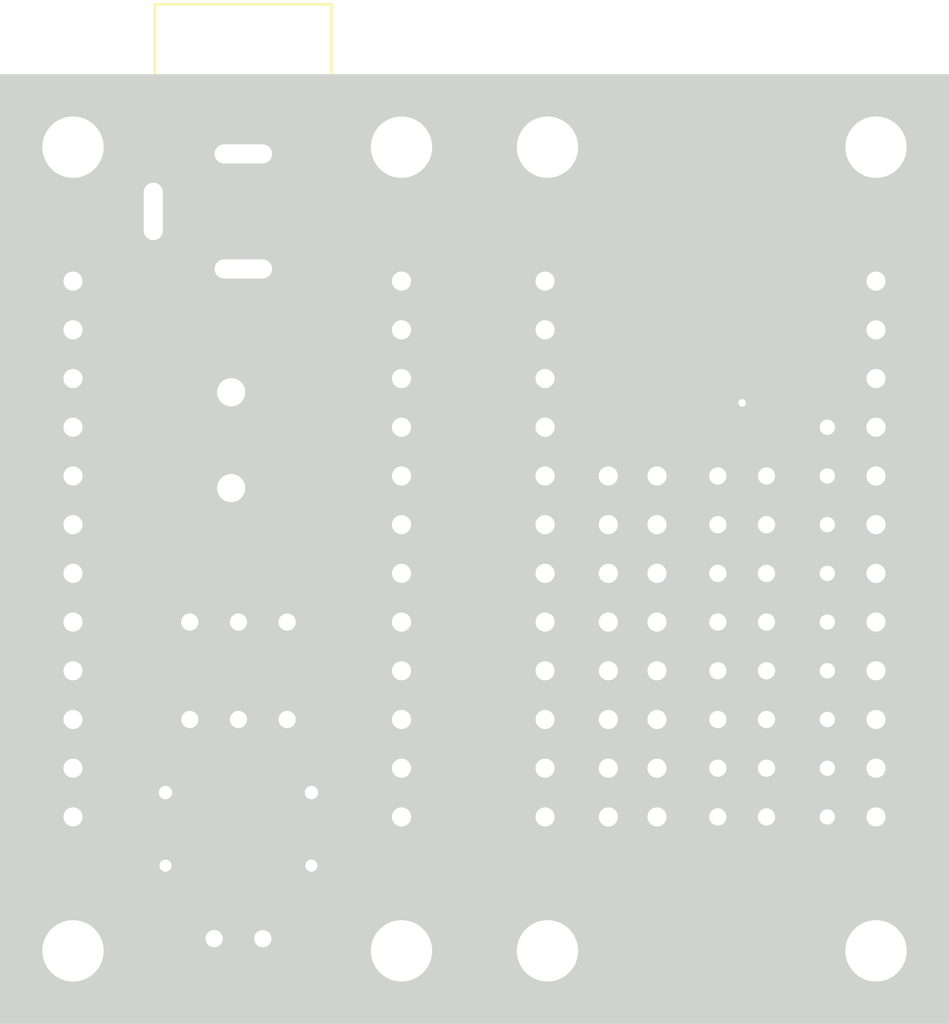
<source format=kicad_pcb>
(kicad_pcb (version 4) (host pcbnew 4.0.7+dfsg1-1~bpo9+1)

  (general
    (links 59)
    (no_connects 0)
    (area 124.46 69.69 184.3 137.240001)
    (thickness 1.6)
    (drawings 7)
    (tracks 107)
    (zones 0)
    (modules 31)
    (nets 42)
  )

  (page A4)
  (layers
    (0 F.Cu signal)
    (31 B.Cu signal)
    (32 B.Adhes user)
    (33 F.Adhes user)
    (34 B.Paste user)
    (35 F.Paste user)
    (36 B.SilkS user hide)
    (37 F.SilkS user)
    (38 B.Mask user)
    (39 F.Mask user)
    (40 Dwgs.User user)
    (41 Cmts.User user)
    (42 Eco1.User user)
    (43 Eco2.User user)
    (44 Edge.Cuts user)
    (45 Margin user)
    (46 B.CrtYd user)
    (47 F.CrtYd user)
    (48 B.Fab user)
    (49 F.Fab user)
  )

  (setup
    (last_trace_width 0.25)
    (user_trace_width 0.5)
    (trace_clearance 0.2)
    (zone_clearance 0.508)
    (zone_45_only no)
    (trace_min 0.2)
    (segment_width 0.2)
    (edge_width 0.1)
    (via_size 0.6)
    (via_drill 0.4)
    (via_min_size 0.4)
    (via_min_drill 0.3)
    (uvia_size 0.3)
    (uvia_drill 0.1)
    (uvias_allowed no)
    (uvia_min_size 0.2)
    (uvia_min_drill 0.1)
    (pcb_text_width 0.3)
    (pcb_text_size 1.5 1.5)
    (mod_edge_width 0.15)
    (mod_text_size 1 1)
    (mod_text_width 0.15)
    (pad_size 1.5 1.5)
    (pad_drill 0.6)
    (pad_to_mask_clearance 0)
    (aux_axis_origin 0 0)
    (visible_elements FFFEFF7F)
    (pcbplotparams
      (layerselection 0x00030_80000001)
      (usegerberextensions false)
      (excludeedgelayer true)
      (linewidth 0.100000)
      (plotframeref false)
      (viasonmask false)
      (mode 1)
      (useauxorigin false)
      (hpglpennumber 1)
      (hpglpenspeed 20)
      (hpglpendiameter 15)
      (hpglpenoverlay 2)
      (psnegative false)
      (psa4output false)
      (plotreference true)
      (plotvalue true)
      (plotinvisibletext false)
      (padsonsilk false)
      (subtractmaskfromsilk false)
      (outputformat 1)
      (mirror false)
      (drillshape 1)
      (scaleselection 1)
      (outputdirectory ""))
  )

  (net 0 "")
  (net 1 /VIN)
  (net 2 /VCC)
  (net 3 Earth)
  (net 4 /L0)
  (net 5 /L1)
  (net 6 /L2)
  (net 7 /L3)
  (net 8 /L4)
  (net 9 /L5)
  (net 10 /L6)
  (net 11 /L7)
  (net 12 "Net-(D2-Pad1)")
  (net 13 "Net-(D2-Pad2)")
  (net 14 "Net-(D3-Pad1)")
  (net 15 "Net-(D3-Pad2)")
  (net 16 "Net-(D4-Pad1)")
  (net 17 "Net-(D4-Pad2)")
  (net 18 "Net-(D5-Pad1)")
  (net 19 "Net-(D5-Pad2)")
  (net 20 "Net-(D6-Pad1)")
  (net 21 "Net-(D6-Pad2)")
  (net 22 "Net-(D7-Pad1)")
  (net 23 "Net-(D7-Pad2)")
  (net 24 "Net-(D8-Pad1)")
  (net 25 "Net-(D8-Pad2)")
  (net 26 "Net-(D9-Pad1)")
  (net 27 "Net-(D9-Pad2)")
  (net 28 /D0)
  (net 29 /D1)
  (net 30 /D2)
  (net 31 /D3)
  (net 32 /D4)
  (net 33 /D5)
  (net 34 /D6)
  (net 35 /D7)
  (net 36 /VIN2)
  (net 37 /VCC2)
  (net 38 /GND2)
  (net 39 "Net-(D10-Pad2)")
  (net 40 "Net-(J2-Pad2)")
  (net 41 /POWER)

  (net_class Default "This is the default net class."
    (clearance 0.2)
    (trace_width 0.25)
    (via_dia 0.6)
    (via_drill 0.4)
    (uvia_dia 0.3)
    (uvia_drill 0.1)
    (add_net /D0)
    (add_net /D1)
    (add_net /D2)
    (add_net /D3)
    (add_net /D4)
    (add_net /D5)
    (add_net /D6)
    (add_net /D7)
    (add_net /GND2)
    (add_net /L0)
    (add_net /L1)
    (add_net /L2)
    (add_net /L3)
    (add_net /L4)
    (add_net /L5)
    (add_net /L6)
    (add_net /L7)
    (add_net /POWER)
    (add_net /VCC)
    (add_net /VCC2)
    (add_net /VIN)
    (add_net /VIN2)
    (add_net Earth)
    (add_net "Net-(D10-Pad2)")
    (add_net "Net-(D2-Pad1)")
    (add_net "Net-(D2-Pad2)")
    (add_net "Net-(D3-Pad1)")
    (add_net "Net-(D3-Pad2)")
    (add_net "Net-(D4-Pad1)")
    (add_net "Net-(D4-Pad2)")
    (add_net "Net-(D5-Pad1)")
    (add_net "Net-(D5-Pad2)")
    (add_net "Net-(D6-Pad1)")
    (add_net "Net-(D6-Pad2)")
    (add_net "Net-(D7-Pad1)")
    (add_net "Net-(D7-Pad2)")
    (add_net "Net-(D8-Pad1)")
    (add_net "Net-(D8-Pad2)")
    (add_net "Net-(D9-Pad1)")
    (add_net "Net-(D9-Pad2)")
    (add_net "Net-(J2-Pad2)")
  )

  (module Mounting_Holes:MountingHole_3.2mm_M3 (layer F.Cu) (tedit 5AC3E0E7) (tstamp 5ACA4CE3)
    (at 128.27 128.27)
    (descr "Mounting Hole 3.2mm, no annular, M3")
    (tags "mounting hole 3.2mm no annular m3")
    (fp_text reference "" (at 0 -4.2) (layer F.SilkS) hide
      (effects (font (size 1 1) (thickness 0.15)))
    )
    (fp_text value M3 (at 0 2.54) (layer F.Fab)
      (effects (font (size 1 1) (thickness 0.15)))
    )
    (fp_circle (center 0 0) (end 3.2 0) (layer Cmts.User) (width 0.15))
    (fp_circle (center 0 0) (end 3.45 0) (layer F.CrtYd) (width 0.05))
    (pad 1 np_thru_hole circle (at 0 0) (size 3.2 3.2) (drill 3.2) (layers *.Cu *.Mask))
  )

  (module Mounting_Holes:MountingHole_3.2mm_M3 (layer F.Cu) (tedit 5AC3E0E2) (tstamp 5AD3E089)
    (at 145.415 128.27)
    (descr "Mounting Hole 3.2mm, no annular, M3")
    (tags "mounting hole 3.2mm no annular m3")
    (fp_text reference "" (at 0 -4.2) (layer F.Fab)
      (effects (font (size 1 1) (thickness 0.15)))
    )
    (fp_text value M3 (at 0 2.54) (layer F.Fab)
      (effects (font (size 1 1) (thickness 0.15)))
    )
    (fp_circle (center 0 0) (end 3.2 0) (layer Cmts.User) (width 0.15))
    (fp_circle (center 0 0) (end 3.45 0) (layer F.CrtYd) (width 0.05))
    (pad 1 np_thru_hole circle (at 0 0) (size 3.2 3.2) (drill 3.2) (layers *.Cu *.Mask))
  )

  (module Mounting_Holes:MountingHole_3.2mm_M3 (layer F.Cu) (tedit 5AC3F278) (tstamp 5ACA4CBC)
    (at 128.27 86.36)
    (descr "Mounting Hole 3.2mm, no annular, M3")
    (tags "mounting hole 3.2mm no annular m3")
    (fp_text reference M3 (at 0 2.54) (layer F.Fab)
      (effects (font (size 1 1) (thickness 0.15)))
    )
    (fp_text value "" (at 0 4.2) (layer F.Fab) hide
      (effects (font (size 1 1) (thickness 0.15)))
    )
    (fp_circle (center 0 0) (end 3.2 0) (layer Cmts.User) (width 0.15))
    (fp_circle (center 0 0) (end 3.45 0) (layer F.CrtYd) (width 0.05))
    (pad 1 np_thru_hole circle (at 0 0) (size 3.2 3.2) (drill 3.2) (layers *.Cu *.Mask))
  )

  (module Mounting_Holes:MountingHole_3.2mm_M3 (layer F.Cu) (tedit 5AC3F27C) (tstamp 5ACA4CC9)
    (at 170.18 86.36)
    (descr "Mounting Hole 3.2mm, no annular, M3")
    (tags "mounting hole 3.2mm no annular m3")
    (fp_text reference M3 (at 0 2.54) (layer F.Fab)
      (effects (font (size 1 1) (thickness 0.15)))
    )
    (fp_text value "" (at 0 4.2) (layer F.Fab) hide
      (effects (font (size 1 1) (thickness 0.15)))
    )
    (fp_circle (center 0 0) (end 3.2 0) (layer Cmts.User) (width 0.15))
    (fp_circle (center 0 0) (end 3.45 0) (layer F.CrtYd) (width 0.05))
    (pad 1 np_thru_hole circle (at 0 0) (size 3.2 3.2) (drill 3.2) (layers *.Cu *.Mask))
  )

  (module Mounting_Holes:MountingHole_3.2mm_M3 (layer F.Cu) (tedit 5AC3E0EB) (tstamp 5ACA4CD6)
    (at 170.18 128.27)
    (descr "Mounting Hole 3.2mm, no annular, M3")
    (tags "mounting hole 3.2mm no annular m3")
    (fp_text reference "" (at 0 -4.2) (layer F.SilkS) hide
      (effects (font (size 1 1) (thickness 0.15)))
    )
    (fp_text value M3 (at 0 2.54) (layer F.Fab)
      (effects (font (size 1 1) (thickness 0.15)))
    )
    (fp_circle (center 0 0) (end 3.2 0) (layer Cmts.User) (width 0.15))
    (fp_circle (center 0 0) (end 3.45 0) (layer F.CrtYd) (width 0.05))
    (pad 1 np_thru_hole circle (at 0 0) (size 3.2 3.2) (drill 3.2) (layers *.Cu *.Mask))
  )

  (module Pin_Headers:Pin_Header_Straight_1x12_Pitch2.54mm (layer F.Cu) (tedit 59650532) (tstamp 5AC3D654)
    (at 128.27 93.345)
    (descr "Through hole straight pin header, 1x12, 2.54mm pitch, single row")
    (tags "Through hole pin header THT 1x12 2.54mm single row")
    (path /5AC3D559)
    (fp_text reference I1 (at 0 -2.33) (layer F.SilkS)
      (effects (font (size 1 1) (thickness 0.15)))
    )
    (fp_text value Input (at 0 30.27) (layer F.Fab)
      (effects (font (size 1 1) (thickness 0.15)))
    )
    (fp_line (start -0.635 -1.27) (end 1.27 -1.27) (layer F.Fab) (width 0.1))
    (fp_line (start 1.27 -1.27) (end 1.27 29.21) (layer F.Fab) (width 0.1))
    (fp_line (start 1.27 29.21) (end -1.27 29.21) (layer F.Fab) (width 0.1))
    (fp_line (start -1.27 29.21) (end -1.27 -0.635) (layer F.Fab) (width 0.1))
    (fp_line (start -1.27 -0.635) (end -0.635 -1.27) (layer F.Fab) (width 0.1))
    (fp_line (start -1.33 29.27) (end 1.33 29.27) (layer F.SilkS) (width 0.12))
    (fp_line (start -1.33 1.27) (end -1.33 29.27) (layer F.SilkS) (width 0.12))
    (fp_line (start 1.33 1.27) (end 1.33 29.27) (layer F.SilkS) (width 0.12))
    (fp_line (start -1.33 1.27) (end 1.33 1.27) (layer F.SilkS) (width 0.12))
    (fp_line (start -1.33 0) (end -1.33 -1.33) (layer F.SilkS) (width 0.12))
    (fp_line (start -1.33 -1.33) (end 0 -1.33) (layer F.SilkS) (width 0.12))
    (fp_line (start -1.8 -1.8) (end -1.8 29.75) (layer F.CrtYd) (width 0.05))
    (fp_line (start -1.8 29.75) (end 1.8 29.75) (layer F.CrtYd) (width 0.05))
    (fp_line (start 1.8 29.75) (end 1.8 -1.8) (layer F.CrtYd) (width 0.05))
    (fp_line (start 1.8 -1.8) (end -1.8 -1.8) (layer F.CrtYd) (width 0.05))
    (fp_text user %R (at 0 13.97 90) (layer F.Fab)
      (effects (font (size 1 1) (thickness 0.15)))
    )
    (pad 1 thru_hole rect (at 0 0) (size 1.7 1.7) (drill 1) (layers *.Cu *.Mask)
      (net 1 /VIN))
    (pad 2 thru_hole oval (at 0 2.54) (size 1.7 1.7) (drill 1) (layers *.Cu *.Mask)
      (net 2 /VCC))
    (pad 3 thru_hole oval (at 0 5.08) (size 1.7 1.7) (drill 1) (layers *.Cu *.Mask)
      (net 3 Earth))
    (pad 4 thru_hole oval (at 0 7.62) (size 1.7 1.7) (drill 1) (layers *.Cu *.Mask))
    (pad 5 thru_hole oval (at 0 10.16) (size 1.7 1.7) (drill 1) (layers *.Cu *.Mask)
      (net 4 /L0))
    (pad 6 thru_hole oval (at 0 12.7) (size 1.7 1.7) (drill 1) (layers *.Cu *.Mask)
      (net 5 /L1))
    (pad 7 thru_hole oval (at 0 15.24) (size 1.7 1.7) (drill 1) (layers *.Cu *.Mask)
      (net 6 /L2))
    (pad 8 thru_hole oval (at 0 17.78) (size 1.7 1.7) (drill 1) (layers *.Cu *.Mask)
      (net 7 /L3))
    (pad 9 thru_hole oval (at 0 20.32) (size 1.7 1.7) (drill 1) (layers *.Cu *.Mask)
      (net 8 /L4))
    (pad 10 thru_hole oval (at 0 22.86) (size 1.7 1.7) (drill 1) (layers *.Cu *.Mask)
      (net 9 /L5))
    (pad 11 thru_hole oval (at 0 25.4) (size 1.7 1.7) (drill 1) (layers *.Cu *.Mask)
      (net 10 /L6))
    (pad 12 thru_hole oval (at 0 27.94) (size 1.7 1.7) (drill 1) (layers *.Cu *.Mask)
      (net 11 /L7))
    (model ${KISYS3DMOD}/Pin_Headers.3dshapes/Pin_Header_Straight_1x12_Pitch2.54mm.wrl
      (at (xyz 0 0 0))
      (scale (xyz 1 1 1))
      (rotate (xyz 0 0 0))
    )
  )

  (module Socket_Strips:Socket_Strip_Straight_1x12_Pitch2.54mm (layer F.Cu) (tedit 58CD5446) (tstamp 5AC3D673)
    (at 145.415 93.345)
    (descr "Through hole straight socket strip, 1x12, 2.54mm pitch, single row")
    (tags "Through hole socket strip THT 1x12 2.54mm single row")
    (path /5AC3D61D)
    (fp_text reference O1 (at 0 -2.33) (layer F.SilkS)
      (effects (font (size 1 1) (thickness 0.15)))
    )
    (fp_text value Output (at 0 30.27) (layer F.Fab)
      (effects (font (size 1 1) (thickness 0.15)))
    )
    (fp_line (start -1.27 -1.27) (end -1.27 29.21) (layer F.Fab) (width 0.1))
    (fp_line (start -1.27 29.21) (end 1.27 29.21) (layer F.Fab) (width 0.1))
    (fp_line (start 1.27 29.21) (end 1.27 -1.27) (layer F.Fab) (width 0.1))
    (fp_line (start 1.27 -1.27) (end -1.27 -1.27) (layer F.Fab) (width 0.1))
    (fp_line (start -1.33 1.27) (end -1.33 29.27) (layer F.SilkS) (width 0.12))
    (fp_line (start -1.33 29.27) (end 1.33 29.27) (layer F.SilkS) (width 0.12))
    (fp_line (start 1.33 29.27) (end 1.33 1.27) (layer F.SilkS) (width 0.12))
    (fp_line (start 1.33 1.27) (end -1.33 1.27) (layer F.SilkS) (width 0.12))
    (fp_line (start -1.33 0) (end -1.33 -1.33) (layer F.SilkS) (width 0.12))
    (fp_line (start -1.33 -1.33) (end 0 -1.33) (layer F.SilkS) (width 0.12))
    (fp_line (start -1.8 -1.8) (end -1.8 29.75) (layer F.CrtYd) (width 0.05))
    (fp_line (start -1.8 29.75) (end 1.8 29.75) (layer F.CrtYd) (width 0.05))
    (fp_line (start 1.8 29.75) (end 1.8 -1.8) (layer F.CrtYd) (width 0.05))
    (fp_line (start 1.8 -1.8) (end -1.8 -1.8) (layer F.CrtYd) (width 0.05))
    (fp_text user %R (at 0 -2.33) (layer F.Fab)
      (effects (font (size 1 1) (thickness 0.15)))
    )
    (pad 1 thru_hole rect (at 0 0) (size 1.7 1.7) (drill 1) (layers *.Cu *.Mask)
      (net 1 /VIN))
    (pad 2 thru_hole oval (at 0 2.54) (size 1.7 1.7) (drill 1) (layers *.Cu *.Mask)
      (net 2 /VCC))
    (pad 3 thru_hole oval (at 0 5.08) (size 1.7 1.7) (drill 1) (layers *.Cu *.Mask)
      (net 3 Earth))
    (pad 4 thru_hole oval (at 0 7.62) (size 1.7 1.7) (drill 1) (layers *.Cu *.Mask))
    (pad 5 thru_hole oval (at 0 10.16) (size 1.7 1.7) (drill 1) (layers *.Cu *.Mask)
      (net 4 /L0))
    (pad 6 thru_hole oval (at 0 12.7) (size 1.7 1.7) (drill 1) (layers *.Cu *.Mask)
      (net 5 /L1))
    (pad 7 thru_hole oval (at 0 15.24) (size 1.7 1.7) (drill 1) (layers *.Cu *.Mask)
      (net 6 /L2))
    (pad 8 thru_hole oval (at 0 17.78) (size 1.7 1.7) (drill 1) (layers *.Cu *.Mask)
      (net 7 /L3))
    (pad 9 thru_hole oval (at 0 20.32) (size 1.7 1.7) (drill 1) (layers *.Cu *.Mask)
      (net 8 /L4))
    (pad 10 thru_hole oval (at 0 22.86) (size 1.7 1.7) (drill 1) (layers *.Cu *.Mask)
      (net 9 /L5))
    (pad 11 thru_hole oval (at 0 25.4) (size 1.7 1.7) (drill 1) (layers *.Cu *.Mask)
      (net 10 /L6))
    (pad 12 thru_hole oval (at 0 27.94) (size 1.7 1.7) (drill 1) (layers *.Cu *.Mask)
      (net 11 /L7))
    (model ${KISYS3DMOD}/Socket_Strips.3dshapes/Socket_Strip_Straight_1x12_Pitch2.54mm.wrl
      (at (xyz 0 -0.55 0))
      (scale (xyz 1 1 1))
      (rotate (xyz 0 0 270))
    )
  )

  (module Connectors:BARREL_JACK (layer F.Cu) (tedit 5AC3E070) (tstamp 5AC3DF15)
    (at 137.16 92.71 270)
    (descr "DC Barrel Jack")
    (tags "Power Jack")
    (path /5AC3E006)
    (fp_text reference J1 (at -8.45 5.75 450) (layer F.SilkS)
      (effects (font (size 1 1) (thickness 0.15)))
    )
    (fp_text value Conn_Coaxial_Power (at -6.2 -5.5 270) (layer F.Fab)
      (effects (font (size 1 1) (thickness 0.15)))
    )
    (fp_line (start 1 -4.5) (end 1 -4.75) (layer F.CrtYd) (width 0.05))
    (fp_line (start 1 -4.75) (end -14 -4.75) (layer F.CrtYd) (width 0.05))
    (fp_line (start 1 -4.5) (end 1 -2) (layer F.CrtYd) (width 0.05))
    (fp_line (start 1 -2) (end 2 -2) (layer F.CrtYd) (width 0.05))
    (fp_line (start 2 -2) (end 2 2) (layer F.CrtYd) (width 0.05))
    (fp_line (start 2 2) (end 1 2) (layer F.CrtYd) (width 0.05))
    (fp_line (start 1 2) (end 1 4.75) (layer F.CrtYd) (width 0.05))
    (fp_line (start 1 4.75) (end -1 4.75) (layer F.CrtYd) (width 0.05))
    (fp_line (start -1 4.75) (end -1 6.75) (layer F.CrtYd) (width 0.05))
    (fp_line (start -1 6.75) (end -5 6.75) (layer F.CrtYd) (width 0.05))
    (fp_line (start -5 6.75) (end -5 4.75) (layer F.CrtYd) (width 0.05))
    (fp_line (start -5 4.75) (end -14 4.75) (layer F.CrtYd) (width 0.05))
    (fp_line (start -14 4.75) (end -14 -4.75) (layer F.CrtYd) (width 0.05))
    (fp_line (start -5 4.6) (end -13.8 4.6) (layer F.SilkS) (width 0.12))
    (fp_line (start -13.8 4.6) (end -13.8 -4.6) (layer F.SilkS) (width 0.12))
    (fp_line (start 0.9 1.9) (end 0.9 4.6) (layer F.SilkS) (width 0.12))
    (fp_line (start 0.9 4.6) (end -1 4.6) (layer F.SilkS) (width 0.12))
    (fp_line (start -13.8 -4.6) (end 0.9 -4.6) (layer F.SilkS) (width 0.12))
    (fp_line (start 0.9 -4.6) (end 0.9 -2) (layer F.SilkS) (width 0.12))
    (fp_line (start -10.2 -4.5) (end -10.2 4.5) (layer F.Fab) (width 0.1))
    (fp_line (start -13.7 -4.5) (end -13.7 4.5) (layer F.Fab) (width 0.1))
    (fp_line (start -13.7 4.5) (end 0.8 4.5) (layer F.Fab) (width 0.1))
    (fp_line (start 0.8 4.5) (end 0.8 -4.5) (layer F.Fab) (width 0.1))
    (fp_line (start 0.8 -4.5) (end -13.7 -4.5) (layer F.Fab) (width 0.1))
    (pad 1 thru_hole rect (at 0 0 270) (size 3.5 3.5) (drill oval 1 3) (layers *.Cu *.Mask)
      (net 41 /POWER))
    (pad 2 thru_hole rect (at -6 0 270) (size 3.5 3.5) (drill oval 1 3) (layers *.Cu *.Mask)
      (net 3 Earth))
    (pad 3 thru_hole rect (at -3 4.7 270) (size 3.5 3.5) (drill oval 3 1) (layers *.Cu *.Mask))
  )

  (module Mounting_Holes:MountingHole_3.2mm_M3 (layer F.Cu) (tedit 5AC3E03B) (tstamp 5AD3DFF5)
    (at 145.415 86.36)
    (descr "Mounting Hole 3.2mm, no annular, M3")
    (tags "mounting hole 3.2mm no annular m3")
    (fp_text reference "" (at 0 -4.2) (layer F.Fab)
      (effects (font (size 1 1) (thickness 0.15)))
    )
    (fp_text value M3 (at 0 2.54) (layer F.Fab)
      (effects (font (size 1 1) (thickness 0.15)))
    )
    (fp_circle (center 0 0) (end 3.2 0) (layer Cmts.User) (width 0.15))
    (fp_circle (center 0 0) (end 3.45 0) (layer F.CrtYd) (width 0.05))
    (pad 1 np_thru_hole circle (at 0 0) (size 3.2 3.2) (drill 3.2) (layers *.Cu *.Mask))
  )

  (module Mounting_Holes:MountingHole_3.2mm_M3 (layer F.Cu) (tedit 5AC3E0FE) (tstamp 5AD3E07C)
    (at 153.035 86.36)
    (descr "Mounting Hole 3.2mm, no annular, M3")
    (tags "mounting hole 3.2mm no annular m3")
    (fp_text reference "" (at 0 -4.2) (layer F.Fab)
      (effects (font (size 1 1) (thickness 0.15)))
    )
    (fp_text value M3 (at 0 2.54) (layer F.Fab)
      (effects (font (size 1 1) (thickness 0.15)))
    )
    (fp_circle (center 0 0) (end 3.2 0) (layer Cmts.User) (width 0.15))
    (fp_circle (center 0 0) (end 3.45 0) (layer F.CrtYd) (width 0.05))
    (pad 1 np_thru_hole circle (at 0 0) (size 3.2 3.2) (drill 3.2) (layers *.Cu *.Mask))
  )

  (module Mounting_Holes:MountingHole_3.2mm_M3 (layer F.Cu) (tedit 5AC3E0E0) (tstamp 5AD3E096)
    (at 153.035 128.27)
    (descr "Mounting Hole 3.2mm, no annular, M3")
    (tags "mounting hole 3.2mm no annular m3")
    (fp_text reference "" (at 0 -4.2) (layer F.Fab)
      (effects (font (size 1 1) (thickness 0.15)))
    )
    (fp_text value M3 (at 0 2.54) (layer F.Fab)
      (effects (font (size 1 1) (thickness 0.15)))
    )
    (fp_circle (center 0 0) (end 3.2 0) (layer Cmts.User) (width 0.15))
    (fp_circle (center 0 0) (end 3.45 0) (layer F.CrtYd) (width 0.05))
    (pad 1 np_thru_hole circle (at 0 0) (size 3.2 3.2) (drill 3.2) (layers *.Cu *.Mask))
  )

  (module LEDs:LED_Rectangular_W3.0mm_H2.0mm (layer F.Cu) (tedit 587A3A7B) (tstamp 5AD3E38C)
    (at 164.465 103.505 180)
    (descr "LED_Rectangular, Rectangular,  Rectangular size 3.0x2.0mm^2, 2 pins, http://www.kingbright.com/attachments/file/psearch/000/00/00/L-169XCGDK(Ver.9B).pdf")
    (tags "LED_Rectangular Rectangular  Rectangular size 3.0x2.0mm^2 2 pins")
    (path /5AC3E315)
    (fp_text reference D2 (at 1.27 -2.06 180) (layer F.SilkS)
      (effects (font (size 1 1) (thickness 0.15)))
    )
    (fp_text value LED (at 1.27 2.06 180) (layer F.Fab)
      (effects (font (size 1 1) (thickness 0.15)))
    )
    (fp_line (start -0.23 -1) (end -0.23 1) (layer F.Fab) (width 0.1))
    (fp_line (start -0.23 1) (end 2.77 1) (layer F.Fab) (width 0.1))
    (fp_line (start 2.77 1) (end 2.77 -1) (layer F.Fab) (width 0.1))
    (fp_line (start 2.77 -1) (end -0.23 -1) (layer F.Fab) (width 0.1))
    (fp_line (start 1.08 -1.06) (end 1.811 -1.06) (layer F.SilkS) (width 0.12))
    (fp_line (start 1.08 1.06) (end 1.811 1.06) (layer F.SilkS) (width 0.12))
    (fp_line (start -1.15 -1.35) (end -1.15 1.35) (layer F.CrtYd) (width 0.05))
    (fp_line (start -1.15 1.35) (end 3.7 1.35) (layer F.CrtYd) (width 0.05))
    (fp_line (start 3.7 1.35) (end 3.7 -1.35) (layer F.CrtYd) (width 0.05))
    (fp_line (start 3.7 -1.35) (end -1.15 -1.35) (layer F.CrtYd) (width 0.05))
    (pad 1 thru_hole rect (at 0 0 180) (size 1.8 1.8) (drill 0.9) (layers *.Cu *.Mask)
      (net 12 "Net-(D2-Pad1)"))
    (pad 2 thru_hole circle (at 2.54 0 180) (size 1.8 1.8) (drill 0.9) (layers *.Cu *.Mask)
      (net 13 "Net-(D2-Pad2)"))
    (model ${KISYS3DMOD}/LEDs.3dshapes/LED_Rectangular_W3.0mm_H2.0mm.wrl
      (at (xyz 0 0 0))
      (scale (xyz 0.393701 0.393701 0.393701))
      (rotate (xyz 0 0 0))
    )
  )

  (module LEDs:LED_Rectangular_W3.0mm_H2.0mm (layer F.Cu) (tedit 587A3A7B) (tstamp 5AD3E39C)
    (at 164.465 106.045 180)
    (descr "LED_Rectangular, Rectangular,  Rectangular size 3.0x2.0mm^2, 2 pins, http://www.kingbright.com/attachments/file/psearch/000/00/00/L-169XCGDK(Ver.9B).pdf")
    (tags "LED_Rectangular Rectangular  Rectangular size 3.0x2.0mm^2 2 pins")
    (path /5AC3E45D)
    (fp_text reference D3 (at 1.27 -2.06 180) (layer F.SilkS)
      (effects (font (size 1 1) (thickness 0.15)))
    )
    (fp_text value LED (at 1.27 2.06 180) (layer F.Fab)
      (effects (font (size 1 1) (thickness 0.15)))
    )
    (fp_line (start -0.23 -1) (end -0.23 1) (layer F.Fab) (width 0.1))
    (fp_line (start -0.23 1) (end 2.77 1) (layer F.Fab) (width 0.1))
    (fp_line (start 2.77 1) (end 2.77 -1) (layer F.Fab) (width 0.1))
    (fp_line (start 2.77 -1) (end -0.23 -1) (layer F.Fab) (width 0.1))
    (fp_line (start 1.08 -1.06) (end 1.811 -1.06) (layer F.SilkS) (width 0.12))
    (fp_line (start 1.08 1.06) (end 1.811 1.06) (layer F.SilkS) (width 0.12))
    (fp_line (start -1.15 -1.35) (end -1.15 1.35) (layer F.CrtYd) (width 0.05))
    (fp_line (start -1.15 1.35) (end 3.7 1.35) (layer F.CrtYd) (width 0.05))
    (fp_line (start 3.7 1.35) (end 3.7 -1.35) (layer F.CrtYd) (width 0.05))
    (fp_line (start 3.7 -1.35) (end -1.15 -1.35) (layer F.CrtYd) (width 0.05))
    (pad 1 thru_hole rect (at 0 0 180) (size 1.8 1.8) (drill 0.9) (layers *.Cu *.Mask)
      (net 14 "Net-(D3-Pad1)"))
    (pad 2 thru_hole circle (at 2.54 0 180) (size 1.8 1.8) (drill 0.9) (layers *.Cu *.Mask)
      (net 15 "Net-(D3-Pad2)"))
    (model ${KISYS3DMOD}/LEDs.3dshapes/LED_Rectangular_W3.0mm_H2.0mm.wrl
      (at (xyz 0 0 0))
      (scale (xyz 0.393701 0.393701 0.393701))
      (rotate (xyz 0 0 0))
    )
  )

  (module LEDs:LED_Rectangular_W3.0mm_H2.0mm (layer F.Cu) (tedit 587A3A7B) (tstamp 5AD3E3AC)
    (at 164.465 108.585 180)
    (descr "LED_Rectangular, Rectangular,  Rectangular size 3.0x2.0mm^2, 2 pins, http://www.kingbright.com/attachments/file/psearch/000/00/00/L-169XCGDK(Ver.9B).pdf")
    (tags "LED_Rectangular Rectangular  Rectangular size 3.0x2.0mm^2 2 pins")
    (path /5AC3E48C)
    (fp_text reference D4 (at 1.27 -2.06 180) (layer F.SilkS)
      (effects (font (size 1 1) (thickness 0.15)))
    )
    (fp_text value LED (at 1.27 2.06 180) (layer F.Fab)
      (effects (font (size 1 1) (thickness 0.15)))
    )
    (fp_line (start -0.23 -1) (end -0.23 1) (layer F.Fab) (width 0.1))
    (fp_line (start -0.23 1) (end 2.77 1) (layer F.Fab) (width 0.1))
    (fp_line (start 2.77 1) (end 2.77 -1) (layer F.Fab) (width 0.1))
    (fp_line (start 2.77 -1) (end -0.23 -1) (layer F.Fab) (width 0.1))
    (fp_line (start 1.08 -1.06) (end 1.811 -1.06) (layer F.SilkS) (width 0.12))
    (fp_line (start 1.08 1.06) (end 1.811 1.06) (layer F.SilkS) (width 0.12))
    (fp_line (start -1.15 -1.35) (end -1.15 1.35) (layer F.CrtYd) (width 0.05))
    (fp_line (start -1.15 1.35) (end 3.7 1.35) (layer F.CrtYd) (width 0.05))
    (fp_line (start 3.7 1.35) (end 3.7 -1.35) (layer F.CrtYd) (width 0.05))
    (fp_line (start 3.7 -1.35) (end -1.15 -1.35) (layer F.CrtYd) (width 0.05))
    (pad 1 thru_hole rect (at 0 0 180) (size 1.8 1.8) (drill 0.9) (layers *.Cu *.Mask)
      (net 16 "Net-(D4-Pad1)"))
    (pad 2 thru_hole circle (at 2.54 0 180) (size 1.8 1.8) (drill 0.9) (layers *.Cu *.Mask)
      (net 17 "Net-(D4-Pad2)"))
    (model ${KISYS3DMOD}/LEDs.3dshapes/LED_Rectangular_W3.0mm_H2.0mm.wrl
      (at (xyz 0 0 0))
      (scale (xyz 0.393701 0.393701 0.393701))
      (rotate (xyz 0 0 0))
    )
  )

  (module LEDs:LED_Rectangular_W3.0mm_H2.0mm (layer F.Cu) (tedit 587A3A7B) (tstamp 5AD3E3BC)
    (at 164.465 111.125 180)
    (descr "LED_Rectangular, Rectangular,  Rectangular size 3.0x2.0mm^2, 2 pins, http://www.kingbright.com/attachments/file/psearch/000/00/00/L-169XCGDK(Ver.9B).pdf")
    (tags "LED_Rectangular Rectangular  Rectangular size 3.0x2.0mm^2 2 pins")
    (path /5AC3E4BD)
    (fp_text reference D5 (at 1.27 -2.06 180) (layer F.SilkS)
      (effects (font (size 1 1) (thickness 0.15)))
    )
    (fp_text value LED (at 1.27 2.06 180) (layer F.Fab)
      (effects (font (size 1 1) (thickness 0.15)))
    )
    (fp_line (start -0.23 -1) (end -0.23 1) (layer F.Fab) (width 0.1))
    (fp_line (start -0.23 1) (end 2.77 1) (layer F.Fab) (width 0.1))
    (fp_line (start 2.77 1) (end 2.77 -1) (layer F.Fab) (width 0.1))
    (fp_line (start 2.77 -1) (end -0.23 -1) (layer F.Fab) (width 0.1))
    (fp_line (start 1.08 -1.06) (end 1.811 -1.06) (layer F.SilkS) (width 0.12))
    (fp_line (start 1.08 1.06) (end 1.811 1.06) (layer F.SilkS) (width 0.12))
    (fp_line (start -1.15 -1.35) (end -1.15 1.35) (layer F.CrtYd) (width 0.05))
    (fp_line (start -1.15 1.35) (end 3.7 1.35) (layer F.CrtYd) (width 0.05))
    (fp_line (start 3.7 1.35) (end 3.7 -1.35) (layer F.CrtYd) (width 0.05))
    (fp_line (start 3.7 -1.35) (end -1.15 -1.35) (layer F.CrtYd) (width 0.05))
    (pad 1 thru_hole rect (at 0 0 180) (size 1.8 1.8) (drill 0.9) (layers *.Cu *.Mask)
      (net 18 "Net-(D5-Pad1)"))
    (pad 2 thru_hole circle (at 2.54 0 180) (size 1.8 1.8) (drill 0.9) (layers *.Cu *.Mask)
      (net 19 "Net-(D5-Pad2)"))
    (model ${KISYS3DMOD}/LEDs.3dshapes/LED_Rectangular_W3.0mm_H2.0mm.wrl
      (at (xyz 0 0 0))
      (scale (xyz 0.393701 0.393701 0.393701))
      (rotate (xyz 0 0 0))
    )
  )

  (module LEDs:LED_Rectangular_W3.0mm_H2.0mm (layer F.Cu) (tedit 587A3A7B) (tstamp 5AD3E3CC)
    (at 164.465 113.665 180)
    (descr "LED_Rectangular, Rectangular,  Rectangular size 3.0x2.0mm^2, 2 pins, http://www.kingbright.com/attachments/file/psearch/000/00/00/L-169XCGDK(Ver.9B).pdf")
    (tags "LED_Rectangular Rectangular  Rectangular size 3.0x2.0mm^2 2 pins")
    (path /5AC3E4F6)
    (fp_text reference D6 (at 1.27 -2.06 180) (layer F.SilkS)
      (effects (font (size 1 1) (thickness 0.15)))
    )
    (fp_text value LED (at 1.27 2.06 180) (layer F.Fab)
      (effects (font (size 1 1) (thickness 0.15)))
    )
    (fp_line (start -0.23 -1) (end -0.23 1) (layer F.Fab) (width 0.1))
    (fp_line (start -0.23 1) (end 2.77 1) (layer F.Fab) (width 0.1))
    (fp_line (start 2.77 1) (end 2.77 -1) (layer F.Fab) (width 0.1))
    (fp_line (start 2.77 -1) (end -0.23 -1) (layer F.Fab) (width 0.1))
    (fp_line (start 1.08 -1.06) (end 1.811 -1.06) (layer F.SilkS) (width 0.12))
    (fp_line (start 1.08 1.06) (end 1.811 1.06) (layer F.SilkS) (width 0.12))
    (fp_line (start -1.15 -1.35) (end -1.15 1.35) (layer F.CrtYd) (width 0.05))
    (fp_line (start -1.15 1.35) (end 3.7 1.35) (layer F.CrtYd) (width 0.05))
    (fp_line (start 3.7 1.35) (end 3.7 -1.35) (layer F.CrtYd) (width 0.05))
    (fp_line (start 3.7 -1.35) (end -1.15 -1.35) (layer F.CrtYd) (width 0.05))
    (pad 1 thru_hole rect (at 0 0 180) (size 1.8 1.8) (drill 0.9) (layers *.Cu *.Mask)
      (net 20 "Net-(D6-Pad1)"))
    (pad 2 thru_hole circle (at 2.54 0 180) (size 1.8 1.8) (drill 0.9) (layers *.Cu *.Mask)
      (net 21 "Net-(D6-Pad2)"))
    (model ${KISYS3DMOD}/LEDs.3dshapes/LED_Rectangular_W3.0mm_H2.0mm.wrl
      (at (xyz 0 0 0))
      (scale (xyz 0.393701 0.393701 0.393701))
      (rotate (xyz 0 0 0))
    )
  )

  (module LEDs:LED_Rectangular_W3.0mm_H2.0mm (layer F.Cu) (tedit 587A3A7B) (tstamp 5AD3E3DC)
    (at 164.465 116.205 180)
    (descr "LED_Rectangular, Rectangular,  Rectangular size 3.0x2.0mm^2, 2 pins, http://www.kingbright.com/attachments/file/psearch/000/00/00/L-169XCGDK(Ver.9B).pdf")
    (tags "LED_Rectangular Rectangular  Rectangular size 3.0x2.0mm^2 2 pins")
    (path /5AC3E531)
    (fp_text reference D7 (at 1.27 -2.06 180) (layer F.SilkS)
      (effects (font (size 1 1) (thickness 0.15)))
    )
    (fp_text value LED (at 1.27 2.06 180) (layer F.Fab)
      (effects (font (size 1 1) (thickness 0.15)))
    )
    (fp_line (start -0.23 -1) (end -0.23 1) (layer F.Fab) (width 0.1))
    (fp_line (start -0.23 1) (end 2.77 1) (layer F.Fab) (width 0.1))
    (fp_line (start 2.77 1) (end 2.77 -1) (layer F.Fab) (width 0.1))
    (fp_line (start 2.77 -1) (end -0.23 -1) (layer F.Fab) (width 0.1))
    (fp_line (start 1.08 -1.06) (end 1.811 -1.06) (layer F.SilkS) (width 0.12))
    (fp_line (start 1.08 1.06) (end 1.811 1.06) (layer F.SilkS) (width 0.12))
    (fp_line (start -1.15 -1.35) (end -1.15 1.35) (layer F.CrtYd) (width 0.05))
    (fp_line (start -1.15 1.35) (end 3.7 1.35) (layer F.CrtYd) (width 0.05))
    (fp_line (start 3.7 1.35) (end 3.7 -1.35) (layer F.CrtYd) (width 0.05))
    (fp_line (start 3.7 -1.35) (end -1.15 -1.35) (layer F.CrtYd) (width 0.05))
    (pad 1 thru_hole rect (at 0 0 180) (size 1.8 1.8) (drill 0.9) (layers *.Cu *.Mask)
      (net 22 "Net-(D7-Pad1)"))
    (pad 2 thru_hole circle (at 2.54 0 180) (size 1.8 1.8) (drill 0.9) (layers *.Cu *.Mask)
      (net 23 "Net-(D7-Pad2)"))
    (model ${KISYS3DMOD}/LEDs.3dshapes/LED_Rectangular_W3.0mm_H2.0mm.wrl
      (at (xyz 0 0 0))
      (scale (xyz 0.393701 0.393701 0.393701))
      (rotate (xyz 0 0 0))
    )
  )

  (module LEDs:LED_Rectangular_W3.0mm_H2.0mm (layer F.Cu) (tedit 587A3A7B) (tstamp 5AD3E3EC)
    (at 164.465 118.745 180)
    (descr "LED_Rectangular, Rectangular,  Rectangular size 3.0x2.0mm^2, 2 pins, http://www.kingbright.com/attachments/file/psearch/000/00/00/L-169XCGDK(Ver.9B).pdf")
    (tags "LED_Rectangular Rectangular  Rectangular size 3.0x2.0mm^2 2 pins")
    (path /5AC3E56E)
    (fp_text reference D8 (at 1.27 -2.06 180) (layer F.SilkS)
      (effects (font (size 1 1) (thickness 0.15)))
    )
    (fp_text value LED (at 1.27 2.06 180) (layer F.Fab)
      (effects (font (size 1 1) (thickness 0.15)))
    )
    (fp_line (start -0.23 -1) (end -0.23 1) (layer F.Fab) (width 0.1))
    (fp_line (start -0.23 1) (end 2.77 1) (layer F.Fab) (width 0.1))
    (fp_line (start 2.77 1) (end 2.77 -1) (layer F.Fab) (width 0.1))
    (fp_line (start 2.77 -1) (end -0.23 -1) (layer F.Fab) (width 0.1))
    (fp_line (start 1.08 -1.06) (end 1.811 -1.06) (layer F.SilkS) (width 0.12))
    (fp_line (start 1.08 1.06) (end 1.811 1.06) (layer F.SilkS) (width 0.12))
    (fp_line (start -1.15 -1.35) (end -1.15 1.35) (layer F.CrtYd) (width 0.05))
    (fp_line (start -1.15 1.35) (end 3.7 1.35) (layer F.CrtYd) (width 0.05))
    (fp_line (start 3.7 1.35) (end 3.7 -1.35) (layer F.CrtYd) (width 0.05))
    (fp_line (start 3.7 -1.35) (end -1.15 -1.35) (layer F.CrtYd) (width 0.05))
    (pad 1 thru_hole rect (at 0 0 180) (size 1.8 1.8) (drill 0.9) (layers *.Cu *.Mask)
      (net 24 "Net-(D8-Pad1)"))
    (pad 2 thru_hole circle (at 2.54 0 180) (size 1.8 1.8) (drill 0.9) (layers *.Cu *.Mask)
      (net 25 "Net-(D8-Pad2)"))
    (model ${KISYS3DMOD}/LEDs.3dshapes/LED_Rectangular_W3.0mm_H2.0mm.wrl
      (at (xyz 0 0 0))
      (scale (xyz 0.393701 0.393701 0.393701))
      (rotate (xyz 0 0 0))
    )
  )

  (module LEDs:LED_Rectangular_W3.0mm_H2.0mm (layer F.Cu) (tedit 587A3A7B) (tstamp 5AD3E3FC)
    (at 164.465 121.285 180)
    (descr "LED_Rectangular, Rectangular,  Rectangular size 3.0x2.0mm^2, 2 pins, http://www.kingbright.com/attachments/file/psearch/000/00/00/L-169XCGDK(Ver.9B).pdf")
    (tags "LED_Rectangular Rectangular  Rectangular size 3.0x2.0mm^2 2 pins")
    (path /5AC3E5A5)
    (fp_text reference D9 (at 1.27 -2.06 180) (layer F.SilkS)
      (effects (font (size 1 1) (thickness 0.15)))
    )
    (fp_text value LED (at 1.27 2.06 180) (layer F.Fab)
      (effects (font (size 1 1) (thickness 0.15)))
    )
    (fp_line (start -0.23 -1) (end -0.23 1) (layer F.Fab) (width 0.1))
    (fp_line (start -0.23 1) (end 2.77 1) (layer F.Fab) (width 0.1))
    (fp_line (start 2.77 1) (end 2.77 -1) (layer F.Fab) (width 0.1))
    (fp_line (start 2.77 -1) (end -0.23 -1) (layer F.Fab) (width 0.1))
    (fp_line (start 1.08 -1.06) (end 1.811 -1.06) (layer F.SilkS) (width 0.12))
    (fp_line (start 1.08 1.06) (end 1.811 1.06) (layer F.SilkS) (width 0.12))
    (fp_line (start -1.15 -1.35) (end -1.15 1.35) (layer F.CrtYd) (width 0.05))
    (fp_line (start -1.15 1.35) (end 3.7 1.35) (layer F.CrtYd) (width 0.05))
    (fp_line (start 3.7 1.35) (end 3.7 -1.35) (layer F.CrtYd) (width 0.05))
    (fp_line (start 3.7 -1.35) (end -1.15 -1.35) (layer F.CrtYd) (width 0.05))
    (pad 1 thru_hole rect (at 0 0 180) (size 1.8 1.8) (drill 0.9) (layers *.Cu *.Mask)
      (net 26 "Net-(D9-Pad1)"))
    (pad 2 thru_hole circle (at 2.54 0 180) (size 1.8 1.8) (drill 0.9) (layers *.Cu *.Mask)
      (net 27 "Net-(D9-Pad2)"))
    (model ${KISYS3DMOD}/LEDs.3dshapes/LED_Rectangular_W3.0mm_H2.0mm.wrl
      (at (xyz 0 0 0))
      (scale (xyz 0.393701 0.393701 0.393701))
      (rotate (xyz 0 0 0))
    )
  )

  (module Pin_Headers:Pin_Header_Straight_1x08_Pitch2.54mm (layer F.Cu) (tedit 59650532) (tstamp 5AD3E418)
    (at 158.75 103.505)
    (descr "Through hole straight pin header, 1x08, 2.54mm pitch, single row")
    (tags "Through hole pin header THT 1x08 2.54mm single row")
    (path /5AC3E37C)
    (fp_text reference H1 (at 0 -2.33) (layer F.SilkS)
      (effects (font (size 1 1) (thickness 0.15)))
    )
    (fp_text value Headers8 (at 0 20.11) (layer F.Fab)
      (effects (font (size 1 1) (thickness 0.15)))
    )
    (fp_line (start -0.635 -1.27) (end 1.27 -1.27) (layer F.Fab) (width 0.1))
    (fp_line (start 1.27 -1.27) (end 1.27 19.05) (layer F.Fab) (width 0.1))
    (fp_line (start 1.27 19.05) (end -1.27 19.05) (layer F.Fab) (width 0.1))
    (fp_line (start -1.27 19.05) (end -1.27 -0.635) (layer F.Fab) (width 0.1))
    (fp_line (start -1.27 -0.635) (end -0.635 -1.27) (layer F.Fab) (width 0.1))
    (fp_line (start -1.33 19.11) (end 1.33 19.11) (layer F.SilkS) (width 0.12))
    (fp_line (start -1.33 1.27) (end -1.33 19.11) (layer F.SilkS) (width 0.12))
    (fp_line (start 1.33 1.27) (end 1.33 19.11) (layer F.SilkS) (width 0.12))
    (fp_line (start -1.33 1.27) (end 1.33 1.27) (layer F.SilkS) (width 0.12))
    (fp_line (start -1.33 0) (end -1.33 -1.33) (layer F.SilkS) (width 0.12))
    (fp_line (start -1.33 -1.33) (end 0 -1.33) (layer F.SilkS) (width 0.12))
    (fp_line (start -1.8 -1.8) (end -1.8 19.55) (layer F.CrtYd) (width 0.05))
    (fp_line (start -1.8 19.55) (end 1.8 19.55) (layer F.CrtYd) (width 0.05))
    (fp_line (start 1.8 19.55) (end 1.8 -1.8) (layer F.CrtYd) (width 0.05))
    (fp_line (start 1.8 -1.8) (end -1.8 -1.8) (layer F.CrtYd) (width 0.05))
    (fp_text user %R (at 0 8.89 90) (layer F.Fab)
      (effects (font (size 1 1) (thickness 0.15)))
    )
    (pad 1 thru_hole rect (at 0 0) (size 1.7 1.7) (drill 1) (layers *.Cu *.Mask)
      (net 13 "Net-(D2-Pad2)"))
    (pad 2 thru_hole oval (at 0 2.54) (size 1.7 1.7) (drill 1) (layers *.Cu *.Mask)
      (net 15 "Net-(D3-Pad2)"))
    (pad 3 thru_hole oval (at 0 5.08) (size 1.7 1.7) (drill 1) (layers *.Cu *.Mask)
      (net 17 "Net-(D4-Pad2)"))
    (pad 4 thru_hole oval (at 0 7.62) (size 1.7 1.7) (drill 1) (layers *.Cu *.Mask)
      (net 19 "Net-(D5-Pad2)"))
    (pad 5 thru_hole oval (at 0 10.16) (size 1.7 1.7) (drill 1) (layers *.Cu *.Mask)
      (net 21 "Net-(D6-Pad2)"))
    (pad 6 thru_hole oval (at 0 12.7) (size 1.7 1.7) (drill 1) (layers *.Cu *.Mask)
      (net 23 "Net-(D7-Pad2)"))
    (pad 7 thru_hole oval (at 0 15.24) (size 1.7 1.7) (drill 1) (layers *.Cu *.Mask)
      (net 25 "Net-(D8-Pad2)"))
    (pad 8 thru_hole oval (at 0 17.78) (size 1.7 1.7) (drill 1) (layers *.Cu *.Mask)
      (net 27 "Net-(D9-Pad2)"))
    (model ${KISYS3DMOD}/Pin_Headers.3dshapes/Pin_Header_Straight_1x08_Pitch2.54mm.wrl
      (at (xyz 0 0 0))
      (scale (xyz 1 1 1))
      (rotate (xyz 0 0 0))
    )
  )

  (module Pin_Headers:Pin_Header_Straight_1x08_Pitch2.54mm (layer F.Cu) (tedit 59650532) (tstamp 5AD3E817)
    (at 156.21 103.505)
    (descr "Through hole straight pin header, 1x08, 2.54mm pitch, single row")
    (tags "Through hole pin header THT 1x08 2.54mm single row")
    (path /5AC403D4)
    (fp_text reference H2 (at 0 -2.33) (layer F.SilkS)
      (effects (font (size 1 1) (thickness 0.15)))
    )
    (fp_text value Headers8L (at 0 20.11) (layer F.Fab)
      (effects (font (size 1 1) (thickness 0.15)))
    )
    (fp_line (start -0.635 -1.27) (end 1.27 -1.27) (layer F.Fab) (width 0.1))
    (fp_line (start 1.27 -1.27) (end 1.27 19.05) (layer F.Fab) (width 0.1))
    (fp_line (start 1.27 19.05) (end -1.27 19.05) (layer F.Fab) (width 0.1))
    (fp_line (start -1.27 19.05) (end -1.27 -0.635) (layer F.Fab) (width 0.1))
    (fp_line (start -1.27 -0.635) (end -0.635 -1.27) (layer F.Fab) (width 0.1))
    (fp_line (start -1.33 19.11) (end 1.33 19.11) (layer F.SilkS) (width 0.12))
    (fp_line (start -1.33 1.27) (end -1.33 19.11) (layer F.SilkS) (width 0.12))
    (fp_line (start 1.33 1.27) (end 1.33 19.11) (layer F.SilkS) (width 0.12))
    (fp_line (start -1.33 1.27) (end 1.33 1.27) (layer F.SilkS) (width 0.12))
    (fp_line (start -1.33 0) (end -1.33 -1.33) (layer F.SilkS) (width 0.12))
    (fp_line (start -1.33 -1.33) (end 0 -1.33) (layer F.SilkS) (width 0.12))
    (fp_line (start -1.8 -1.8) (end -1.8 19.55) (layer F.CrtYd) (width 0.05))
    (fp_line (start -1.8 19.55) (end 1.8 19.55) (layer F.CrtYd) (width 0.05))
    (fp_line (start 1.8 19.55) (end 1.8 -1.8) (layer F.CrtYd) (width 0.05))
    (fp_line (start 1.8 -1.8) (end -1.8 -1.8) (layer F.CrtYd) (width 0.05))
    (fp_text user %R (at 0 8.89 90) (layer F.Fab)
      (effects (font (size 1 1) (thickness 0.15)))
    )
    (pad 1 thru_hole rect (at 0 0) (size 1.7 1.7) (drill 1) (layers *.Cu *.Mask)
      (net 28 /D0))
    (pad 2 thru_hole oval (at 0 2.54) (size 1.7 1.7) (drill 1) (layers *.Cu *.Mask)
      (net 29 /D1))
    (pad 3 thru_hole oval (at 0 5.08) (size 1.7 1.7) (drill 1) (layers *.Cu *.Mask)
      (net 30 /D2))
    (pad 4 thru_hole oval (at 0 7.62) (size 1.7 1.7) (drill 1) (layers *.Cu *.Mask)
      (net 31 /D3))
    (pad 5 thru_hole oval (at 0 10.16) (size 1.7 1.7) (drill 1) (layers *.Cu *.Mask)
      (net 32 /D4))
    (pad 6 thru_hole oval (at 0 12.7) (size 1.7 1.7) (drill 1) (layers *.Cu *.Mask)
      (net 33 /D5))
    (pad 7 thru_hole oval (at 0 15.24) (size 1.7 1.7) (drill 1) (layers *.Cu *.Mask)
      (net 34 /D6))
    (pad 8 thru_hole oval (at 0 17.78) (size 1.7 1.7) (drill 1) (layers *.Cu *.Mask)
      (net 35 /D7))
    (model ${KISYS3DMOD}/Pin_Headers.3dshapes/Pin_Header_Straight_1x08_Pitch2.54mm.wrl
      (at (xyz 0 0 0))
      (scale (xyz 1 1 1))
      (rotate (xyz 0 0 0))
    )
  )

  (module Pin_Headers:Pin_Header_Straight_1x12_Pitch2.54mm (layer F.Cu) (tedit 59650532) (tstamp 5AD3E837)
    (at 152.908 93.345)
    (descr "Through hole straight pin header, 1x12, 2.54mm pitch, single row")
    (tags "Through hole pin header THT 1x12 2.54mm single row")
    (path /5AC3F374)
    (fp_text reference I2 (at 0 -2.33) (layer F.SilkS)
      (effects (font (size 1 1) (thickness 0.15)))
    )
    (fp_text value Input (at 0 30.27) (layer F.Fab)
      (effects (font (size 1 1) (thickness 0.15)))
    )
    (fp_line (start -0.635 -1.27) (end 1.27 -1.27) (layer F.Fab) (width 0.1))
    (fp_line (start 1.27 -1.27) (end 1.27 29.21) (layer F.Fab) (width 0.1))
    (fp_line (start 1.27 29.21) (end -1.27 29.21) (layer F.Fab) (width 0.1))
    (fp_line (start -1.27 29.21) (end -1.27 -0.635) (layer F.Fab) (width 0.1))
    (fp_line (start -1.27 -0.635) (end -0.635 -1.27) (layer F.Fab) (width 0.1))
    (fp_line (start -1.33 29.27) (end 1.33 29.27) (layer F.SilkS) (width 0.12))
    (fp_line (start -1.33 1.27) (end -1.33 29.27) (layer F.SilkS) (width 0.12))
    (fp_line (start 1.33 1.27) (end 1.33 29.27) (layer F.SilkS) (width 0.12))
    (fp_line (start -1.33 1.27) (end 1.33 1.27) (layer F.SilkS) (width 0.12))
    (fp_line (start -1.33 0) (end -1.33 -1.33) (layer F.SilkS) (width 0.12))
    (fp_line (start -1.33 -1.33) (end 0 -1.33) (layer F.SilkS) (width 0.12))
    (fp_line (start -1.8 -1.8) (end -1.8 29.75) (layer F.CrtYd) (width 0.05))
    (fp_line (start -1.8 29.75) (end 1.8 29.75) (layer F.CrtYd) (width 0.05))
    (fp_line (start 1.8 29.75) (end 1.8 -1.8) (layer F.CrtYd) (width 0.05))
    (fp_line (start 1.8 -1.8) (end -1.8 -1.8) (layer F.CrtYd) (width 0.05))
    (fp_text user %R (at 0 13.97 90) (layer F.Fab)
      (effects (font (size 1 1) (thickness 0.15)))
    )
    (pad 1 thru_hole rect (at 0 0) (size 1.7 1.7) (drill 1) (layers *.Cu *.Mask)
      (net 36 /VIN2))
    (pad 2 thru_hole oval (at 0 2.54) (size 1.7 1.7) (drill 1) (layers *.Cu *.Mask)
      (net 37 /VCC2))
    (pad 3 thru_hole oval (at 0 5.08) (size 1.7 1.7) (drill 1) (layers *.Cu *.Mask)
      (net 38 /GND2))
    (pad 4 thru_hole oval (at 0 7.62) (size 1.7 1.7) (drill 1) (layers *.Cu *.Mask))
    (pad 5 thru_hole oval (at 0 10.16) (size 1.7 1.7) (drill 1) (layers *.Cu *.Mask)
      (net 28 /D0))
    (pad 6 thru_hole oval (at 0 12.7) (size 1.7 1.7) (drill 1) (layers *.Cu *.Mask)
      (net 29 /D1))
    (pad 7 thru_hole oval (at 0 15.24) (size 1.7 1.7) (drill 1) (layers *.Cu *.Mask)
      (net 30 /D2))
    (pad 8 thru_hole oval (at 0 17.78) (size 1.7 1.7) (drill 1) (layers *.Cu *.Mask)
      (net 31 /D3))
    (pad 9 thru_hole oval (at 0 20.32) (size 1.7 1.7) (drill 1) (layers *.Cu *.Mask)
      (net 32 /D4))
    (pad 10 thru_hole oval (at 0 22.86) (size 1.7 1.7) (drill 1) (layers *.Cu *.Mask)
      (net 33 /D5))
    (pad 11 thru_hole oval (at 0 25.4) (size 1.7 1.7) (drill 1) (layers *.Cu *.Mask)
      (net 34 /D6))
    (pad 12 thru_hole oval (at 0 27.94) (size 1.7 1.7) (drill 1) (layers *.Cu *.Mask)
      (net 35 /D7))
    (model ${KISYS3DMOD}/Pin_Headers.3dshapes/Pin_Header_Straight_1x12_Pitch2.54mm.wrl
      (at (xyz 0 0 0))
      (scale (xyz 1 1 1))
      (rotate (xyz 0 0 0))
    )
  )

  (module Socket_Strips:Socket_Strip_Straight_1x12_Pitch2.54mm (layer F.Cu) (tedit 58CD5446) (tstamp 5AD3E856)
    (at 170.18 93.345)
    (descr "Through hole straight socket strip, 1x12, 2.54mm pitch, single row")
    (tags "Through hole socket strip THT 1x12 2.54mm single row")
    (path /5AC3F2A9)
    (fp_text reference O2 (at 0 -2.33) (layer F.SilkS)
      (effects (font (size 1 1) (thickness 0.15)))
    )
    (fp_text value Output (at 0 30.27) (layer F.Fab)
      (effects (font (size 1 1) (thickness 0.15)))
    )
    (fp_line (start -1.27 -1.27) (end -1.27 29.21) (layer F.Fab) (width 0.1))
    (fp_line (start -1.27 29.21) (end 1.27 29.21) (layer F.Fab) (width 0.1))
    (fp_line (start 1.27 29.21) (end 1.27 -1.27) (layer F.Fab) (width 0.1))
    (fp_line (start 1.27 -1.27) (end -1.27 -1.27) (layer F.Fab) (width 0.1))
    (fp_line (start -1.33 1.27) (end -1.33 29.27) (layer F.SilkS) (width 0.12))
    (fp_line (start -1.33 29.27) (end 1.33 29.27) (layer F.SilkS) (width 0.12))
    (fp_line (start 1.33 29.27) (end 1.33 1.27) (layer F.SilkS) (width 0.12))
    (fp_line (start 1.33 1.27) (end -1.33 1.27) (layer F.SilkS) (width 0.12))
    (fp_line (start -1.33 0) (end -1.33 -1.33) (layer F.SilkS) (width 0.12))
    (fp_line (start -1.33 -1.33) (end 0 -1.33) (layer F.SilkS) (width 0.12))
    (fp_line (start -1.8 -1.8) (end -1.8 29.75) (layer F.CrtYd) (width 0.05))
    (fp_line (start -1.8 29.75) (end 1.8 29.75) (layer F.CrtYd) (width 0.05))
    (fp_line (start 1.8 29.75) (end 1.8 -1.8) (layer F.CrtYd) (width 0.05))
    (fp_line (start 1.8 -1.8) (end -1.8 -1.8) (layer F.CrtYd) (width 0.05))
    (fp_text user %R (at 0 -2.33) (layer F.Fab)
      (effects (font (size 1 1) (thickness 0.15)))
    )
    (pad 1 thru_hole rect (at 0 0) (size 1.7 1.7) (drill 1) (layers *.Cu *.Mask)
      (net 36 /VIN2))
    (pad 2 thru_hole oval (at 0 2.54) (size 1.7 1.7) (drill 1) (layers *.Cu *.Mask)
      (net 37 /VCC2))
    (pad 3 thru_hole oval (at 0 5.08) (size 1.7 1.7) (drill 1) (layers *.Cu *.Mask)
      (net 38 /GND2))
    (pad 4 thru_hole oval (at 0 7.62) (size 1.7 1.7) (drill 1) (layers *.Cu *.Mask))
    (pad 5 thru_hole oval (at 0 10.16) (size 1.7 1.7) (drill 1) (layers *.Cu *.Mask)
      (net 28 /D0))
    (pad 6 thru_hole oval (at 0 12.7) (size 1.7 1.7) (drill 1) (layers *.Cu *.Mask)
      (net 29 /D1))
    (pad 7 thru_hole oval (at 0 15.24) (size 1.7 1.7) (drill 1) (layers *.Cu *.Mask)
      (net 30 /D2))
    (pad 8 thru_hole oval (at 0 17.78) (size 1.7 1.7) (drill 1) (layers *.Cu *.Mask)
      (net 31 /D3))
    (pad 9 thru_hole oval (at 0 20.32) (size 1.7 1.7) (drill 1) (layers *.Cu *.Mask)
      (net 32 /D4))
    (pad 10 thru_hole oval (at 0 22.86) (size 1.7 1.7) (drill 1) (layers *.Cu *.Mask)
      (net 33 /D5))
    (pad 11 thru_hole oval (at 0 25.4) (size 1.7 1.7) (drill 1) (layers *.Cu *.Mask)
      (net 34 /D6))
    (pad 12 thru_hole oval (at 0 27.94) (size 1.7 1.7) (drill 1) (layers *.Cu *.Mask)
      (net 35 /D7))
    (model ${KISYS3DMOD}/Socket_Strips.3dshapes/Socket_Strip_Straight_1x12_Pitch2.54mm.wrl
      (at (xyz 0 -0.55 0))
      (scale (xyz 1 1 1))
      (rotate (xyz 0 0 270))
    )
  )

  (module Resistors_THT:R_Array_SIP9 (layer F.Cu) (tedit 57FA3974) (tstamp 5AD3EC6F)
    (at 167.64 100.965 270)
    (descr "9-pin Resistor SIP pack")
    (tags R)
    (path /5AC40AE5)
    (fp_text reference RN1 (at 11.43 -2.4 270) (layer F.SilkS)
      (effects (font (size 1 1) (thickness 0.15)))
    )
    (fp_text value R_Network08 (at 11.43 2.4 270) (layer F.Fab)
      (effects (font (size 1 1) (thickness 0.15)))
    )
    (fp_line (start -1.29 -1.25) (end -1.29 1.25) (layer F.Fab) (width 0.1))
    (fp_line (start -1.29 1.25) (end 21.61 1.25) (layer F.Fab) (width 0.1))
    (fp_line (start 21.61 1.25) (end 21.61 -1.25) (layer F.Fab) (width 0.1))
    (fp_line (start 21.61 -1.25) (end -1.29 -1.25) (layer F.Fab) (width 0.1))
    (fp_line (start 1.27 -1.25) (end 1.27 1.25) (layer F.Fab) (width 0.1))
    (fp_line (start -1.44 -1.4) (end -1.44 1.4) (layer F.SilkS) (width 0.12))
    (fp_line (start -1.44 1.4) (end 21.76 1.4) (layer F.SilkS) (width 0.12))
    (fp_line (start 21.76 1.4) (end 21.76 -1.4) (layer F.SilkS) (width 0.12))
    (fp_line (start 21.76 -1.4) (end -1.44 -1.4) (layer F.SilkS) (width 0.12))
    (fp_line (start 1.27 -1.4) (end 1.27 1.4) (layer F.SilkS) (width 0.12))
    (fp_line (start -1.7 -1.65) (end -1.7 1.65) (layer F.CrtYd) (width 0.05))
    (fp_line (start -1.7 1.65) (end 22.05 1.65) (layer F.CrtYd) (width 0.05))
    (fp_line (start 22.05 1.65) (end 22.05 -1.65) (layer F.CrtYd) (width 0.05))
    (fp_line (start 22.05 -1.65) (end -1.7 -1.65) (layer F.CrtYd) (width 0.05))
    (pad 1 thru_hole rect (at 0 0 270) (size 1.6 1.6) (drill 0.8) (layers *.Cu *.Mask)
      (net 40 "Net-(J2-Pad2)"))
    (pad 2 thru_hole oval (at 2.54 0 270) (size 1.6 1.6) (drill 0.8) (layers *.Cu *.Mask)
      (net 12 "Net-(D2-Pad1)"))
    (pad 3 thru_hole oval (at 5.08 0 270) (size 1.6 1.6) (drill 0.8) (layers *.Cu *.Mask)
      (net 14 "Net-(D3-Pad1)"))
    (pad 4 thru_hole oval (at 7.62 0 270) (size 1.6 1.6) (drill 0.8) (layers *.Cu *.Mask)
      (net 16 "Net-(D4-Pad1)"))
    (pad 5 thru_hole oval (at 10.16 0 270) (size 1.6 1.6) (drill 0.8) (layers *.Cu *.Mask)
      (net 18 "Net-(D5-Pad1)"))
    (pad 6 thru_hole oval (at 12.7 0 270) (size 1.6 1.6) (drill 0.8) (layers *.Cu *.Mask)
      (net 20 "Net-(D6-Pad1)"))
    (pad 7 thru_hole oval (at 15.24 0 270) (size 1.6 1.6) (drill 0.8) (layers *.Cu *.Mask)
      (net 22 "Net-(D7-Pad1)"))
    (pad 8 thru_hole oval (at 17.78 0 270) (size 1.6 1.6) (drill 0.8) (layers *.Cu *.Mask)
      (net 24 "Net-(D8-Pad1)"))
    (pad 9 thru_hole oval (at 20.32 0 270) (size 1.6 1.6) (drill 0.8) (layers *.Cu *.Mask)
      (net 26 "Net-(D9-Pad1)"))
    (model ${KISYS3DMOD}/Resistors_THT.3dshapes/R_Array_SIP9.wrl
      (at (xyz 0 0 0))
      (scale (xyz 0.39 0.39 0.39))
      (rotate (xyz 0 0 0))
    )
  )

  (module LEDs:LED_D3.0mm (layer F.Cu) (tedit 5AC487DD) (tstamp 5AC47CD9)
    (at 135.636 127.635)
    (descr "LED, diameter 3.0mm, 2 pins")
    (tags "LED diameter 3.0mm 2 pins")
    (path /5AC480E4)
    (fp_text reference D10 (at 1.27 1.27) (layer F.SilkS)
      (effects (font (size 1 1) (thickness 0.15)))
    )
    (fp_text value LED (at 1.27 2.96) (layer F.Fab)
      (effects (font (size 1 1) (thickness 0.15)))
    )
    (fp_arc (start 1.27 0) (end -0.23 -1.16619) (angle 284.3) (layer F.Fab) (width 0.1))
    (fp_arc (start 1.27 0) (end -0.29 -1.235516) (angle 108.8) (layer F.SilkS) (width 0.12))
    (fp_arc (start 1.27 0) (end -0.29 1.235516) (angle -108.8) (layer F.SilkS) (width 0.12))
    (fp_arc (start 1.27 0) (end 0.229039 -1.08) (angle 87.9) (layer F.SilkS) (width 0.12))
    (fp_arc (start 1.27 0) (end 0.229039 1.08) (angle -87.9) (layer F.SilkS) (width 0.12))
    (fp_circle (center 1.27 0) (end 2.77 0) (layer F.Fab) (width 0.1))
    (fp_line (start -0.23 -1.16619) (end -0.23 1.16619) (layer F.Fab) (width 0.1))
    (fp_line (start -0.29 -1.236) (end -0.29 -1.08) (layer F.SilkS) (width 0.12))
    (fp_line (start -0.29 1.08) (end -0.29 1.236) (layer F.SilkS) (width 0.12))
    (fp_line (start -1.15 -2.25) (end -1.15 2.25) (layer F.CrtYd) (width 0.05))
    (fp_line (start -1.15 2.25) (end 3.7 2.25) (layer F.CrtYd) (width 0.05))
    (fp_line (start 3.7 2.25) (end 3.7 -2.25) (layer F.CrtYd) (width 0.05))
    (fp_line (start 3.7 -2.25) (end -1.15 -2.25) (layer F.CrtYd) (width 0.05))
    (pad 1 thru_hole rect (at 0 0) (size 1.8 1.8) (drill 0.9) (layers *.Cu *.Mask)
      (net 3 Earth))
    (pad 2 thru_hole circle (at 2.54 0) (size 1.8 1.8) (drill 0.9) (layers *.Cu *.Mask)
      (net 39 "Net-(D10-Pad2)"))
    (model ${KISYS3DMOD}/LEDs.3dshapes/LED_D3.0mm.wrl
      (at (xyz 0 0 0))
      (scale (xyz 0.393701 0.393701 0.393701))
      (rotate (xyz 0 0 0))
    )
  )

  (module Resistors_THT:R_Axial_DIN0204_L3.6mm_D1.6mm_P7.62mm_Horizontal (layer F.Cu) (tedit 5AC487BC) (tstamp 5AC47CEF)
    (at 133.096 120.015)
    (descr "Resistor, Axial_DIN0204 series, Axial, Horizontal, pin pitch=7.62mm, 0.16666666666666666W = 1/6W, length*diameter=3.6*1.6mm^2, http://cdn-reichelt.de/documents/datenblatt/B400/1_4W%23YAG.pdf")
    (tags "Resistor Axial_DIN0204 series Axial Horizontal pin pitch 7.62mm 0.16666666666666666W = 1/6W length 3.6mm diameter 1.6mm")
    (path /5AC48099)
    (fp_text reference R2 (at 3.81 0) (layer F.SilkS)
      (effects (font (size 1 1) (thickness 0.15)))
    )
    (fp_text value R (at 3.81 1.86) (layer F.Fab)
      (effects (font (size 1 1) (thickness 0.15)))
    )
    (fp_line (start 2.01 -0.8) (end 2.01 0.8) (layer F.Fab) (width 0.1))
    (fp_line (start 2.01 0.8) (end 5.61 0.8) (layer F.Fab) (width 0.1))
    (fp_line (start 5.61 0.8) (end 5.61 -0.8) (layer F.Fab) (width 0.1))
    (fp_line (start 5.61 -0.8) (end 2.01 -0.8) (layer F.Fab) (width 0.1))
    (fp_line (start 0 0) (end 2.01 0) (layer F.Fab) (width 0.1))
    (fp_line (start 7.62 0) (end 5.61 0) (layer F.Fab) (width 0.1))
    (fp_line (start 1.95 -0.86) (end 1.95 0.86) (layer F.SilkS) (width 0.12))
    (fp_line (start 1.95 0.86) (end 5.67 0.86) (layer F.SilkS) (width 0.12))
    (fp_line (start 5.67 0.86) (end 5.67 -0.86) (layer F.SilkS) (width 0.12))
    (fp_line (start 5.67 -0.86) (end 1.95 -0.86) (layer F.SilkS) (width 0.12))
    (fp_line (start 0.88 0) (end 1.95 0) (layer F.SilkS) (width 0.12))
    (fp_line (start 6.74 0) (end 5.67 0) (layer F.SilkS) (width 0.12))
    (fp_line (start -0.95 -1.15) (end -0.95 1.15) (layer F.CrtYd) (width 0.05))
    (fp_line (start -0.95 1.15) (end 8.6 1.15) (layer F.CrtYd) (width 0.05))
    (fp_line (start 8.6 1.15) (end 8.6 -1.15) (layer F.CrtYd) (width 0.05))
    (fp_line (start 8.6 -1.15) (end -0.95 -1.15) (layer F.CrtYd) (width 0.05))
    (pad 1 thru_hole circle (at 0 0) (size 1.4 1.4) (drill 0.7) (layers *.Cu *.Mask)
      (net 1 /VIN))
    (pad 2 thru_hole oval (at 7.62 0) (size 1.4 1.4) (drill 0.7) (layers *.Cu *.Mask)
      (net 39 "Net-(D10-Pad2)"))
    (model ${KISYS3DMOD}/Resistors_THT.3dshapes/R_Axial_DIN0204_L3.6mm_D1.6mm_P7.62mm_Horizontal.wrl
      (at (xyz 0 0 0))
      (scale (xyz 0.393701 0.393701 0.393701))
      (rotate (xyz 0 0 0))
    )
  )

  (module eplay:SW_SPDT_8mm (layer F.Cu) (tedit 5932DAF9) (tstamp 5AC4A807)
    (at 134.366 111.125)
    (descr "Push switch")
    (tags "switch DPDT")
    (path /5AC49B9F)
    (fp_text reference SW1 (at 2.5 1.6) (layer F.SilkS)
      (effects (font (size 1 1) (thickness 0.15)))
    )
    (fp_text value SW_SPST (at 2.5 3.3) (layer F.Fab)
      (effects (font (size 1 1) (thickness 0.15)))
    )
    (fp_line (start -2.25 -2.25) (end -2.25 7.25) (layer F.CrtYd) (width 0.05))
    (fp_line (start -2.25 7.25) (end 7.25 7.25) (layer F.CrtYd) (width 0.05))
    (fp_line (start 7.25 7.25) (end 7.25 -2.25) (layer F.CrtYd) (width 0.05))
    (fp_line (start 7.25 -2.25) (end -2.25 -2.25) (layer F.CrtYd) (width 0.05))
    (fp_line (start -2.1 -2.1) (end -2.1 7.1) (layer F.SilkS) (width 0.12))
    (fp_line (start -2.1 7.1) (end 7.1 7.1) (layer F.SilkS) (width 0.12))
    (fp_line (start 7.1 7.1) (end 7.1 -2.1) (layer F.SilkS) (width 0.12))
    (fp_line (start 7.1 -2.1) (end -2.1 -2.1) (layer F.SilkS) (width 0.12))
    (fp_line (start -2 0) (end 0 -2) (layer F.Fab) (width 0.1))
    (fp_line (start -2 7) (end -2 -2) (layer F.Fab) (width 0.1))
    (fp_line (start 7 7) (end -2 7) (layer F.Fab) (width 0.1))
    (fp_line (start 7 -2) (end 7 7) (layer F.Fab) (width 0.1))
    (fp_line (start -2 -2) (end 7 -2) (layer F.Fab) (width 0.1))
    (pad 1 thru_hole rect (at 0 0) (size 1.4 1.4) (drill 0.9) (layers *.Cu *.Mask)
      (net 1 /VIN))
    (pad 2 thru_hole circle (at 2.54 0) (size 1.4 1.4) (drill 0.9) (layers *.Cu *.Mask)
      (net 41 /POWER))
    (pad 3 thru_hole circle (at 5.08 0) (size 1.4 1.4) (drill 0.9) (layers *.Cu *.Mask))
    (pad 4 thru_hole circle (at 0 5.08) (size 1.4 1.4) (drill 0.9) (layers *.Cu *.Mask))
    (pad 5 thru_hole circle (at 2.54 5.08) (size 1.4 1.4) (drill 0.9) (layers *.Cu *.Mask))
    (pad 6 thru_hole circle (at 5.08 5.08) (size 1.4 1.4) (drill 0.9) (layers *.Cu *.Mask))
  )

  (module Connectors:PINTST (layer F.Cu) (tedit 5AC4A529) (tstamp 5AC4A80F)
    (at 140.716 123.825)
    (descr "module 1 pin (ou trou mecanique de percage)")
    (tags DEV)
    (path /5AC4A364)
    (fp_text reference TP1 (at 0 1.905) (layer F.Fab)
      (effects (font (size 1 1) (thickness 0.15)))
    )
    (fp_text value TEST (at 0 1.6) (layer F.Fab)
      (effects (font (size 1 1) (thickness 0.15)))
    )
    (fp_circle (center 0 0) (end 1.1 0) (layer F.CrtYd) (width 0.05))
    (fp_circle (center 0 0) (end 0.4 0.6) (layer F.Fab) (width 0.1))
    (fp_circle (center 0 0) (end -0.254 -0.762) (layer F.SilkS) (width 0.12))
    (pad 1 thru_hole circle (at 0 0) (size 1.143 1.143) (drill 0.635) (layers *.Cu *.Mask)
      (net 1 /VIN))
    (model ${KISYS3DMOD}/Connectors.3dshapes/PINTST.wrl
      (at (xyz 0 0 0))
      (scale (xyz 1 1 1))
      (rotate (xyz 0 0 0))
    )
  )

  (module Connectors:PINTST (layer F.Cu) (tedit 5AC4A524) (tstamp 5AC4A817)
    (at 133.096 123.825)
    (descr "module 1 pin (ou trou mecanique de percage)")
    (tags DEV)
    (path /5AC4A450)
    (fp_text reference TP2 (at 0 1.905) (layer F.Fab)
      (effects (font (size 1 1) (thickness 0.15)))
    )
    (fp_text value TEST (at 0 1.6) (layer F.Fab)
      (effects (font (size 1 1) (thickness 0.15)))
    )
    (fp_circle (center 0 0) (end 1.1 0) (layer F.CrtYd) (width 0.05))
    (fp_circle (center 0 0) (end 0.4 0.6) (layer F.Fab) (width 0.1))
    (fp_circle (center 0 0) (end -0.254 -0.762) (layer F.SilkS) (width 0.12))
    (pad 1 thru_hole circle (at 0 0) (size 1.143 1.143) (drill 0.635) (layers *.Cu *.Mask)
      (net 3 Earth))
    (model ${KISYS3DMOD}/Connectors.3dshapes/PINTST.wrl
      (at (xyz 0 0 0))
      (scale (xyz 1 1 1))
      (rotate (xyz 0 0 0))
    )
  )

  (module Connectors:GS3 (layer F.Cu) (tedit 5AC4AAE7) (tstamp 5AC4AC56)
    (at 163.195 97.155)
    (descr "3-pin solder bridge")
    (tags "solder bridge")
    (path /5AC4ACAC)
    (attr smd)
    (fp_text reference J2 (at -1.7 0 90) (layer F.Fab)
      (effects (font (size 1 1) (thickness 0.15)))
    )
    (fp_text value GS3 (at 1.8 0 90) (layer F.Fab)
      (effects (font (size 1 1) (thickness 0.15)))
    )
    (fp_line (start -1.15 -2.15) (end 1.15 -2.15) (layer F.CrtYd) (width 0.05))
    (fp_line (start 1.15 -2.15) (end 1.15 2.15) (layer F.CrtYd) (width 0.05))
    (fp_line (start 1.15 2.15) (end -1.15 2.15) (layer F.CrtYd) (width 0.05))
    (fp_line (start -1.15 2.15) (end -1.15 -2.15) (layer F.CrtYd) (width 0.05))
    (fp_line (start -0.89 -1.91) (end -0.89 1.91) (layer F.SilkS) (width 0.12))
    (fp_line (start -0.89 1.91) (end 0.89 1.91) (layer F.SilkS) (width 0.12))
    (fp_line (start 0.89 1.91) (end 0.89 -1.91) (layer F.SilkS) (width 0.12))
    (fp_line (start -0.89 -1.91) (end 0.89 -1.91) (layer F.SilkS) (width 0.12))
    (pad 1 smd rect (at 0 -1.27) (size 1.27 0.97) (layers F.Cu F.Paste F.Mask)
      (net 37 /VCC2))
    (pad 2 smd rect (at 0 0) (size 1.27 0.97) (layers F.Cu F.Paste F.Mask)
      (net 40 "Net-(J2-Pad2)"))
    (pad 3 smd rect (at 0 1.27) (size 1.27 0.97) (layers F.Cu F.Paste F.Mask)
      (net 38 /GND2))
  )

  (module Connectors_Terminal_Blocks:TerminalBlock_Philmore_TB132_02x5mm_Straight (layer F.Cu) (tedit 5AC4D7BE) (tstamp 5AC4CFB3)
    (at 136.525 104.14 90)
    (descr "2-way 5.0mm pitch terminal block, http://www.philmore-datak.com/mc/Page%20197.pdf")
    (tags "screw terminal block")
    (path /5AC4EAFB)
    (fp_text reference J3 (at 2.54 1.905 90) (layer F.SilkS)
      (effects (font (size 1 1) (thickness 0.15)))
    )
    (fp_text value Screw_Terminal_01x02 (at 2.5 6.9 90) (layer F.Fab)
      (effects (font (size 1 1) (thickness 0.15)))
    )
    (fp_line (start -3 -5.3) (end -3 5.9) (layer F.CrtYd) (width 0.05))
    (fp_line (start -3 5.9) (end 8 5.9) (layer F.CrtYd) (width 0.05))
    (fp_line (start 8 5.9) (end 8 -5.3) (layer F.CrtYd) (width 0.05))
    (fp_line (start 8 -5.3) (end -3 -5.3) (layer F.CrtYd) (width 0.05))
    (fp_line (start -2.5 3.9) (end 7.5 3.9) (layer F.Fab) (width 0.1))
    (fp_line (start -2.5 5) (end 7.5 5) (layer F.Fab) (width 0.1))
    (fp_line (start -2.5 5.4) (end -2.5 -4.8) (layer F.Fab) (width 0.1))
    (fp_line (start -2.5 -4.8) (end 7.5 -4.8) (layer F.Fab) (width 0.1))
    (fp_line (start 7.5 -4.8) (end 7.5 5.4) (layer F.Fab) (width 0.1))
    (fp_line (start 2.5 5) (end 2.5 5.4) (layer F.Fab) (width 0.1))
    (fp_line (start -2.84 2.9) (end -2.84 5.74) (layer F.Fab) (width 0.1))
    (fp_line (start -2.84 5.74) (end 0 5.74) (layer F.Fab) (width 0.1))
    (fp_line (start -2.6 3.9) (end 7.6 3.9) (layer F.SilkS) (width 0.12))
    (fp_line (start -2.6 5) (end 7.6 5) (layer F.SilkS) (width 0.12))
    (fp_line (start -2.6 5.5) (end -2.6 -4.9) (layer F.SilkS) (width 0.12))
    (fp_line (start -2.6 -4.9) (end 7.6 -4.9) (layer F.SilkS) (width 0.12))
    (fp_line (start 7.6 -4.9) (end 7.6 5.5) (layer F.SilkS) (width 0.12))
    (fp_line (start 2.5 5) (end 2.5 5.4) (layer F.SilkS) (width 0.12))
    (fp_line (start -2.84 2.9) (end -2.84 5.74) (layer F.SilkS) (width 0.12))
    (fp_line (start -2.84 5.74) (end 0 5.74) (layer F.SilkS) (width 0.12))
    (fp_text user %R (at 2.5 0.3 90) (layer F.Fab)
      (effects (font (size 1 1) (thickness 0.15)))
    )
    (pad 1 thru_hole rect (at 0 0 90) (size 2.4 2.4) (drill 1.47) (layers *.Cu *.Mask)
      (net 3 Earth))
    (pad 2 thru_hole circle (at 5 0 90) (size 2.4 2.4) (drill 1.47) (layers *.Cu *.Mask)
      (net 41 /POWER))
    (model ${KISYS3DMOD}/Connectors_Terminal_Blocks.3dshapes/TerminalBlock_Philmore_TB132_02x5mm_Straight.wrl
      (at (xyz 0 0 0))
      (scale (xyz 1 1 1))
      (rotate (xyz 0 0 0))
    )
  )

  (gr_text VCC (at 160.02 95.885) (layer F.SilkS)
    (effects (font (size 1 1) (thickness 0.2)))
  )
  (gr_text GND (at 160.02 98.425) (layer F.SilkS)
    (effects (font (size 1 1) (thickness 0.2)))
  )
  (gr_text VIN (at 140.716 125.73) (layer F.SilkS)
    (effects (font (size 1 1) (thickness 0.2)))
  )
  (gr_text GND (at 133.096 125.73) (layer F.SilkS)
    (effects (font (size 1 1) (thickness 0.2)))
  )
  (gr_text "LED Module V1.0\nhttp://nickthecoder.co.uk" (at 157.48 119.38 270) (layer B.SilkS)
    (effects (font (size 1.5 1.5) (thickness 0.3)) (justify left mirror))
  )
  (gr_line (start 149.225 83.185) (end 149.225 131.445) (angle 90) (layer F.SilkS) (width 0.2))
  (gr_text "Power Module V1.0\nhttp://nickthecoder.co.uk" (at 138.43 120.015 270) (layer B.SilkS)
    (effects (font (size 1.5 1.5) (thickness 0.3)) (justify left mirror))
  )

  (segment (start 133.096 120.015) (end 133.096 120.396) (width 0.25) (layer F.Cu) (net 1))
  (segment (start 133.096 120.396) (end 136.525 123.825) (width 0.25) (layer F.Cu) (net 1) (tstamp 5AC4D5F3))
  (segment (start 136.525 123.825) (end 140.716 123.825) (width 0.25) (layer F.Cu) (net 1) (tstamp 5AC4D5F6))
  (segment (start 133.096 120.015) (end 133.096 112.395) (width 0.25) (layer B.Cu) (net 1))
  (segment (start 133.096 112.395) (end 134.366 111.125) (width 0.25) (layer B.Cu) (net 1) (tstamp 5AC4D4B7))
  (segment (start 134.366 111.125) (end 134.366 110.871) (width 0.5) (layer B.Cu) (net 1))
  (segment (start 134.366 110.871) (end 131.445 107.95) (width 0.5) (layer B.Cu) (net 1) (tstamp 5AC4D4FE))
  (segment (start 131.445 96.52) (end 128.27 93.345) (width 0.5) (layer B.Cu) (net 1) (tstamp 5AC4D510))
  (segment (start 131.445 107.95) (end 131.445 96.52) (width 0.5) (layer B.Cu) (net 1) (tstamp 5AC4D50C))
  (segment (start 128.27 93.345) (end 130.175 95.25) (width 0.5) (layer F.Cu) (net 1))
  (segment (start 143.51 95.25) (end 145.415 93.345) (width 0.5) (layer F.Cu) (net 1) (tstamp 5AC4D067))
  (segment (start 142.875 95.25) (end 143.51 95.25) (width 0.5) (layer F.Cu) (net 1) (tstamp 5AC4D066))
  (segment (start 140.97 95.25) (end 142.875 95.25) (width 0.5) (layer F.Cu) (net 1) (tstamp 5AC4D065))
  (segment (start 130.175 95.25) (end 140.97 95.25) (width 0.5) (layer F.Cu) (net 1) (tstamp 5AC4D064))
  (segment (start 128.27 95.885) (end 128.905 96.52) (width 0.5) (layer F.Cu) (net 2))
  (segment (start 144.78 96.52) (end 145.415 95.885) (width 0.5) (layer F.Cu) (net 2) (tstamp 5AC4D06B))
  (segment (start 128.905 96.52) (end 144.78 96.52) (width 0.5) (layer F.Cu) (net 2) (tstamp 5AC4D06A))
  (segment (start 128.27 103.505) (end 129.54 102.235) (width 0.25) (layer F.Cu) (net 4))
  (segment (start 144.145 102.235) (end 145.415 103.505) (width 0.25) (layer F.Cu) (net 4) (tstamp 5AC4D385))
  (segment (start 129.54 102.235) (end 144.145 102.235) (width 0.25) (layer F.Cu) (net 4) (tstamp 5AC4D384))
  (segment (start 128.27 106.045) (end 145.415 106.045) (width 0.25) (layer F.Cu) (net 5))
  (segment (start 128.27 108.585) (end 128.905 107.95) (width 0.25) (layer F.Cu) (net 6))
  (segment (start 144.78 107.95) (end 145.415 108.585) (width 0.25) (layer F.Cu) (net 6) (tstamp 5AC4D5B6))
  (segment (start 128.905 107.95) (end 144.78 107.95) (width 0.25) (layer F.Cu) (net 6) (tstamp 5AC4D5B5))
  (segment (start 128.27 111.125) (end 130.175 109.22) (width 0.25) (layer F.Cu) (net 7))
  (segment (start 143.51 109.22) (end 145.415 111.125) (width 0.25) (layer F.Cu) (net 7) (tstamp 5AC4D5BB))
  (segment (start 130.175 109.22) (end 143.51 109.22) (width 0.25) (layer F.Cu) (net 7) (tstamp 5AC4D5BA))
  (segment (start 128.27 113.665) (end 129.54 112.395) (width 0.25) (layer F.Cu) (net 8))
  (segment (start 144.145 112.395) (end 145.415 113.665) (width 0.25) (layer F.Cu) (net 8) (tstamp 5AC4D5C8))
  (segment (start 129.54 112.395) (end 144.145 112.395) (width 0.25) (layer F.Cu) (net 8) (tstamp 5AC4D5C6))
  (segment (start 130.175 114.3) (end 130.81 113.665) (width 0.25) (layer F.Cu) (net 9))
  (segment (start 142.875 113.665) (end 143.51 114.3) (width 0.25) (layer F.Cu) (net 9) (tstamp 5AC4D5E1))
  (segment (start 130.81 113.665) (end 142.875 113.665) (width 0.25) (layer F.Cu) (net 9) (tstamp 5AC4D5E0))
  (segment (start 128.27 116.205) (end 130.175 114.3) (width 0.25) (layer F.Cu) (net 9))
  (segment (start 143.51 114.3) (end 145.415 116.205) (width 0.25) (layer F.Cu) (net 9) (tstamp 5AC4D5D2))
  (segment (start 128.27 118.745) (end 132.08 114.935) (width 0.25) (layer F.Cu) (net 10))
  (segment (start 141.605 114.935) (end 145.415 118.745) (width 0.25) (layer F.Cu) (net 10) (tstamp 5AC4D5DB))
  (segment (start 132.08 114.935) (end 141.605 114.935) (width 0.25) (layer F.Cu) (net 10) (tstamp 5AC4D5D9))
  (segment (start 128.27 121.285) (end 130.81 118.745) (width 0.25) (layer F.Cu) (net 11))
  (segment (start 142.875 118.745) (end 145.415 121.285) (width 0.25) (layer F.Cu) (net 11) (tstamp 5AC4D5E7))
  (segment (start 130.81 118.745) (end 142.875 118.745) (width 0.25) (layer F.Cu) (net 11) (tstamp 5AC4D5E5))
  (segment (start 164.465 103.505) (end 167.64 103.505) (width 0.25) (layer F.Cu) (net 12))
  (segment (start 159.385 103.505) (end 161.925 103.505) (width 0.25) (layer F.Cu) (net 13))
  (segment (start 167.64 106.045) (end 164.465 106.045) (width 0.25) (layer F.Cu) (net 14))
  (segment (start 159.385 106.045) (end 161.925 106.045) (width 0.25) (layer F.Cu) (net 15))
  (segment (start 164.465 108.585) (end 167.64 108.585) (width 0.25) (layer F.Cu) (net 16))
  (segment (start 159.385 108.585) (end 161.925 108.585) (width 0.25) (layer F.Cu) (net 17))
  (segment (start 167.64 111.125) (end 164.465 111.125) (width 0.25) (layer F.Cu) (net 18))
  (segment (start 159.385 111.125) (end 161.925 111.125) (width 0.25) (layer F.Cu) (net 19))
  (segment (start 164.465 113.665) (end 167.64 113.665) (width 0.25) (layer F.Cu) (net 20))
  (segment (start 159.385 113.665) (end 161.925 113.665) (width 0.25) (layer F.Cu) (net 21))
  (segment (start 164.465 116.205) (end 167.64 116.205) (width 0.25) (layer F.Cu) (net 22))
  (segment (start 159.385 116.205) (end 161.925 116.205) (width 0.25) (layer F.Cu) (net 23))
  (segment (start 164.465 118.745) (end 167.64 118.745) (width 0.25) (layer F.Cu) (net 24))
  (segment (start 159.385 118.745) (end 161.925 118.745) (width 0.25) (layer F.Cu) (net 25))
  (segment (start 164.465 121.285) (end 167.64 121.285) (width 0.25) (layer F.Cu) (net 26))
  (segment (start 159.385 121.285) (end 161.925 121.285) (width 0.25) (layer F.Cu) (net 27))
  (segment (start 156.21 103.505) (end 157.48 104.775) (width 0.25) (layer F.Cu) (net 28))
  (segment (start 157.48 104.775) (end 168.91 104.775) (width 0.25) (layer F.Cu) (net 28) (tstamp 5AD3EDF0))
  (segment (start 153.035 103.505) (end 156.21 103.505) (width 0.25) (layer F.Cu) (net 28))
  (segment (start 168.91 104.775) (end 170.18 103.505) (width 0.25) (layer F.Cu) (net 28) (tstamp 5AD3EDF1))
  (segment (start 156.21 106.045) (end 157.48 107.315) (width 0.25) (layer F.Cu) (net 29))
  (segment (start 157.48 107.315) (end 168.91 107.315) (width 0.25) (layer F.Cu) (net 29) (tstamp 5AD3EDF5))
  (segment (start 153.035 106.045) (end 156.21 106.045) (width 0.25) (layer F.Cu) (net 29))
  (segment (start 168.91 107.315) (end 170.18 106.045) (width 0.25) (layer F.Cu) (net 29) (tstamp 5AD3EDF6))
  (segment (start 156.21 108.585) (end 157.48 109.855) (width 0.25) (layer F.Cu) (net 30))
  (segment (start 157.48 109.855) (end 168.91 109.855) (width 0.25) (layer F.Cu) (net 30) (tstamp 5AD3EDFA))
  (segment (start 153.035 108.585) (end 156.21 108.585) (width 0.25) (layer F.Cu) (net 30))
  (segment (start 168.91 109.855) (end 170.18 108.585) (width 0.25) (layer F.Cu) (net 30) (tstamp 5AD3EDFB))
  (segment (start 156.21 111.125) (end 157.48 112.395) (width 0.25) (layer F.Cu) (net 31))
  (segment (start 157.48 112.395) (end 168.91 112.395) (width 0.25) (layer F.Cu) (net 31) (tstamp 5AD3EDFF))
  (segment (start 153.035 111.125) (end 156.21 111.125) (width 0.25) (layer F.Cu) (net 31))
  (segment (start 168.91 112.395) (end 170.18 111.125) (width 0.25) (layer F.Cu) (net 31) (tstamp 5AD3EE00))
  (segment (start 156.21 113.665) (end 157.48 114.935) (width 0.25) (layer F.Cu) (net 32))
  (segment (start 157.48 114.935) (end 168.91 114.935) (width 0.25) (layer F.Cu) (net 32) (tstamp 5AD3EDDB))
  (segment (start 153.035 113.665) (end 156.21 113.665) (width 0.25) (layer F.Cu) (net 32))
  (segment (start 168.91 114.935) (end 170.18 113.665) (width 0.25) (layer F.Cu) (net 32) (tstamp 5AD3EDDC))
  (segment (start 156.21 116.205) (end 157.48 117.475) (width 0.25) (layer F.Cu) (net 33))
  (segment (start 157.48 117.475) (end 168.91 117.475) (width 0.25) (layer F.Cu) (net 33) (tstamp 5AD3EDD6))
  (segment (start 153.035 116.205) (end 156.21 116.205) (width 0.25) (layer F.Cu) (net 33))
  (segment (start 168.91 117.475) (end 170.18 116.205) (width 0.25) (layer F.Cu) (net 33) (tstamp 5AD3EDD7))
  (segment (start 156.21 118.745) (end 156.845 118.745) (width 0.25) (layer F.Cu) (net 34))
  (segment (start 156.845 118.745) (end 158.115 120.015) (width 0.25) (layer F.Cu) (net 34) (tstamp 5AD3EDCC))
  (segment (start 168.91 120.015) (end 170.18 118.745) (width 0.25) (layer F.Cu) (net 34) (tstamp 5AD3EDCF))
  (segment (start 158.115 120.015) (end 168.91 120.015) (width 0.25) (layer F.Cu) (net 34) (tstamp 5AD3EDCD))
  (segment (start 153.035 118.745) (end 156.21 118.745) (width 0.25) (layer F.Cu) (net 34))
  (segment (start 156.21 121.285) (end 157.48 122.555) (width 0.25) (layer F.Cu) (net 35))
  (segment (start 168.91 122.555) (end 170.18 121.285) (width 0.25) (layer F.Cu) (net 35) (tstamp 5AD3EE05))
  (segment (start 157.48 122.555) (end 168.91 122.555) (width 0.25) (layer F.Cu) (net 35) (tstamp 5AD3EE04))
  (segment (start 153.035 121.285) (end 156.21 121.285) (width 0.25) (layer F.Cu) (net 35))
  (segment (start 153.035 93.345) (end 170.18 93.345) (width 0.5) (layer F.Cu) (net 36))
  (segment (start 153.035 95.885) (end 163.195 95.885) (width 0.5) (layer F.Cu) (net 37))
  (segment (start 163.195 95.885) (end 170.18 95.885) (width 0.5) (layer F.Cu) (net 37))
  (segment (start 163.195 98.425) (end 163.195 99.695) (width 0.25) (layer F.Cu) (net 38))
  (via (at 163.195 99.695) (size 0.6) (drill 0.4) (layers F.Cu B.Cu) (net 38))
  (segment (start 138.176 127.635) (end 139.7 127.635) (width 0.25) (layer F.Cu) (net 39))
  (segment (start 142.24 121.539) (end 140.716 120.015) (width 0.25) (layer F.Cu) (net 39) (tstamp 5AC4D5FE))
  (segment (start 142.24 125.095) (end 142.24 121.539) (width 0.25) (layer F.Cu) (net 39) (tstamp 5AC4D5FC))
  (segment (start 139.7 127.635) (end 142.24 125.095) (width 0.25) (layer F.Cu) (net 39) (tstamp 5AC4D5FA))
  (segment (start 163.195 97.155) (end 163.83 97.155) (width 0.25) (layer F.Cu) (net 40))
  (segment (start 163.83 97.155) (end 167.64 100.965) (width 0.25) (layer F.Cu) (net 40) (tstamp 5AC4AC79))
  (segment (start 133.985 101.6) (end 133.985 95.885) (width 0.5) (layer B.Cu) (net 41))
  (segment (start 133.985 95.885) (end 137.16 92.71) (width 0.5) (layer B.Cu) (net 41) (tstamp 5AC4D553))
  (segment (start 136.525 99.14) (end 136.445 99.14) (width 0.5) (layer B.Cu) (net 41))
  (segment (start 136.445 99.14) (end 133.985 101.6) (width 0.5) (layer B.Cu) (net 41) (tstamp 5AC4D549))
  (segment (start 133.985 108.204) (end 136.906 111.125) (width 0.5) (layer B.Cu) (net 41) (tstamp 5AC4D54F))
  (segment (start 133.985 101.6) (end 133.985 108.204) (width 0.5) (layer B.Cu) (net 41) (tstamp 5AC4D54C))

  (zone (net 0) (net_name "") (layer Edge.Cuts) (tstamp 5AC24303) (hatch edge 0.508)
    (connect_pads (clearance 0.508))
    (min_thickness 0.001)
    (fill yes (arc_segments 16) (thermal_gap 0.508) (thermal_bridge_width 0.508))
    (polygon
      (pts
        (xy 173.99 132.08) (xy 124.46 132.08) (xy 124.46 82.55) (xy 173.99 82.55)
      )
    )
    (filled_polygon
      (pts
        (xy 173.9895 132.0795) (xy 124.4605 132.0795) (xy 124.4605 82.5505) (xy 173.9895 82.5505)
      )
    )
  )
  (zone (net 38) (net_name /GND2) (layer B.Cu) (tstamp 5AD3EE3D) (hatch edge 0.508)
    (connect_pads (clearance 0.508))
    (min_thickness 0.254)
    (fill yes (arc_segments 16) (thermal_gap 0.508) (thermal_bridge_width 0.508))
    (polygon
      (pts
        (xy 172.72 130.81) (xy 150.495 130.81) (xy 150.495 83.82) (xy 172.72 83.82)
      )
    )
    (filled_polygon
      (pts
        (xy 172.593 130.683) (xy 150.622 130.683) (xy 150.622 128.712619) (xy 150.799613 128.712619) (xy 151.139155 129.534372)
        (xy 151.767321 130.163636) (xy 152.588481 130.504611) (xy 153.477619 130.505387) (xy 154.299372 130.165845) (xy 154.928636 129.537679)
        (xy 155.269611 128.716519) (xy 155.269614 128.712619) (xy 167.944613 128.712619) (xy 168.284155 129.534372) (xy 168.912321 130.163636)
        (xy 169.733481 130.504611) (xy 170.622619 130.505387) (xy 171.444372 130.165845) (xy 172.073636 129.537679) (xy 172.414611 128.716519)
        (xy 172.415387 127.827381) (xy 172.075845 127.005628) (xy 171.447679 126.376364) (xy 170.626519 126.035389) (xy 169.737381 126.034613)
        (xy 168.915628 126.374155) (xy 168.286364 127.002321) (xy 167.945389 127.823481) (xy 167.944613 128.712619) (xy 155.269614 128.712619)
        (xy 155.270387 127.827381) (xy 154.930845 127.005628) (xy 154.302679 126.376364) (xy 153.481519 126.035389) (xy 152.592381 126.034613)
        (xy 151.770628 126.374155) (xy 151.141364 127.002321) (xy 150.800389 127.823481) (xy 150.799613 128.712619) (xy 150.622 128.712619)
        (xy 150.622 100.965) (xy 151.393907 100.965) (xy 151.506946 101.533285) (xy 151.828853 102.015054) (xy 152.158026 102.235)
        (xy 151.828853 102.454946) (xy 151.506946 102.936715) (xy 151.393907 103.505) (xy 151.506946 104.073285) (xy 151.828853 104.555054)
        (xy 152.158026 104.775) (xy 151.828853 104.994946) (xy 151.506946 105.476715) (xy 151.393907 106.045) (xy 151.506946 106.613285)
        (xy 151.828853 107.095054) (xy 152.158026 107.315) (xy 151.828853 107.534946) (xy 151.506946 108.016715) (xy 151.393907 108.585)
        (xy 151.506946 109.153285) (xy 151.828853 109.635054) (xy 152.158026 109.855) (xy 151.828853 110.074946) (xy 151.506946 110.556715)
        (xy 151.393907 111.125) (xy 151.506946 111.693285) (xy 151.828853 112.175054) (xy 152.158026 112.395) (xy 151.828853 112.614946)
        (xy 151.506946 113.096715) (xy 151.393907 113.665) (xy 151.506946 114.233285) (xy 151.828853 114.715054) (xy 152.158026 114.935)
        (xy 151.828853 115.154946) (xy 151.506946 115.636715) (xy 151.393907 116.205) (xy 151.506946 116.773285) (xy 151.828853 117.255054)
        (xy 152.158026 117.475) (xy 151.828853 117.694946) (xy 151.506946 118.176715) (xy 151.393907 118.745) (xy 151.506946 119.313285)
        (xy 151.828853 119.795054) (xy 152.158026 120.015) (xy 151.828853 120.234946) (xy 151.506946 120.716715) (xy 151.393907 121.285)
        (xy 151.506946 121.853285) (xy 151.828853 122.335054) (xy 152.310622 122.656961) (xy 152.878907 122.77) (xy 152.937093 122.77)
        (xy 153.505378 122.656961) (xy 153.987147 122.335054) (xy 154.309054 121.853285) (xy 154.422093 121.285) (xy 154.309054 120.716715)
        (xy 153.987147 120.234946) (xy 153.657974 120.015) (xy 153.987147 119.795054) (xy 154.309054 119.313285) (xy 154.422093 118.745)
        (xy 154.309054 118.176715) (xy 153.987147 117.694946) (xy 153.657974 117.475) (xy 153.987147 117.255054) (xy 154.309054 116.773285)
        (xy 154.422093 116.205) (xy 154.309054 115.636715) (xy 153.987147 115.154946) (xy 153.657974 114.935) (xy 153.987147 114.715054)
        (xy 154.309054 114.233285) (xy 154.422093 113.665) (xy 154.309054 113.096715) (xy 153.987147 112.614946) (xy 153.657974 112.395)
        (xy 153.987147 112.175054) (xy 154.309054 111.693285) (xy 154.422093 111.125) (xy 154.309054 110.556715) (xy 153.987147 110.074946)
        (xy 153.657974 109.855) (xy 153.987147 109.635054) (xy 154.309054 109.153285) (xy 154.422093 108.585) (xy 154.309054 108.016715)
        (xy 153.987147 107.534946) (xy 153.657974 107.315) (xy 153.987147 107.095054) (xy 154.309054 106.613285) (xy 154.422093 106.045)
        (xy 154.695907 106.045) (xy 154.808946 106.613285) (xy 155.130853 107.095054) (xy 155.460026 107.315) (xy 155.130853 107.534946)
        (xy 154.808946 108.016715) (xy 154.695907 108.585) (xy 154.808946 109.153285) (xy 155.130853 109.635054) (xy 155.460026 109.855)
        (xy 155.130853 110.074946) (xy 154.808946 110.556715) (xy 154.695907 111.125) (xy 154.808946 111.693285) (xy 155.130853 112.175054)
        (xy 155.460026 112.395) (xy 155.130853 112.614946) (xy 154.808946 113.096715) (xy 154.695907 113.665) (xy 154.808946 114.233285)
        (xy 155.130853 114.715054) (xy 155.460026 114.935) (xy 155.130853 115.154946) (xy 154.808946 115.636715) (xy 154.695907 116.205)
        (xy 154.808946 116.773285) (xy 155.130853 117.255054) (xy 155.460026 117.475) (xy 155.130853 117.694946) (xy 154.808946 118.176715)
        (xy 154.695907 118.745) (xy 154.808946 119.313285) (xy 155.130853 119.795054) (xy 155.460026 120.015) (xy 155.130853 120.234946)
        (xy 154.808946 120.716715) (xy 154.695907 121.285) (xy 154.808946 121.853285) (xy 155.130853 122.335054) (xy 155.612622 122.656961)
        (xy 156.180907 122.77) (xy 156.239093 122.77) (xy 156.807378 122.656961) (xy 157.289147 122.335054) (xy 157.48 122.049422)
        (xy 157.670853 122.335054) (xy 158.152622 122.656961) (xy 158.720907 122.77) (xy 158.779093 122.77) (xy 159.347378 122.656961)
        (xy 159.829147 122.335054) (xy 160.151054 121.853285) (xy 160.264093 121.285) (xy 160.151054 120.716715) (xy 159.829147 120.234946)
        (xy 159.499974 120.015) (xy 159.829147 119.795054) (xy 160.151054 119.313285) (xy 160.264093 118.745) (xy 160.151054 118.176715)
        (xy 159.829147 117.694946) (xy 159.499974 117.475) (xy 159.829147 117.255054) (xy 160.151054 116.773285) (xy 160.264093 116.205)
        (xy 160.151054 115.636715) (xy 159.829147 115.154946) (xy 159.499974 114.935) (xy 159.829147 114.715054) (xy 160.151054 114.233285)
        (xy 160.264093 113.665) (xy 160.151054 113.096715) (xy 159.829147 112.614946) (xy 159.499974 112.395) (xy 159.829147 112.175054)
        (xy 160.151054 111.693285) (xy 160.264093 111.125) (xy 160.151054 110.556715) (xy 159.829147 110.074946) (xy 159.499974 109.855)
        (xy 159.829147 109.635054) (xy 160.151054 109.153285) (xy 160.264093 108.585) (xy 160.151054 108.016715) (xy 159.829147 107.534946)
        (xy 159.499974 107.315) (xy 159.829147 107.095054) (xy 160.151054 106.613285) (xy 160.264093 106.045) (xy 160.151054 105.476715)
        (xy 159.829147 104.994946) (xy 159.787548 104.96715) (xy 159.835317 104.958162) (xy 160.051441 104.81909) (xy 160.196431 104.60689)
        (xy 160.24744 104.355) (xy 160.24744 103.808991) (xy 160.389735 103.808991) (xy 160.622932 104.373371) (xy 161.024182 104.775323)
        (xy 160.624449 105.174357) (xy 160.390267 105.73833) (xy 160.389735 106.348991) (xy 160.622932 106.913371) (xy 161.024182 107.315323)
        (xy 160.624449 107.714357) (xy 160.390267 108.27833) (xy 160.389735 108.888991) (xy 160.622932 109.453371) (xy 161.024182 109.855323)
        (xy 160.624449 110.254357) (xy 160.390267 110.81833) (xy 160.389735 111.428991) (xy 160.622932 111.993371) (xy 161.024182 112.395323)
        (xy 160.624449 112.794357) (xy 160.390267 113.35833) (xy 160.389735 113.968991) (xy 160.622932 114.533371) (xy 161.024182 114.935323)
        (xy 160.624449 115.334357) (xy 160.390267 115.89833) (xy 160.389735 116.508991) (xy 160.622932 117.073371) (xy 161.024182 117.475323)
        (xy 160.624449 117.874357) (xy 160.390267 118.43833) (xy 160.389735 119.048991) (xy 160.622932 119.613371) (xy 161.024182 120.015323)
        (xy 160.624449 120.414357) (xy 160.390267 120.97833) (xy 160.389735 121.588991) (xy 160.622932 122.153371) (xy 161.054357 122.585551)
        (xy 161.61833 122.819733) (xy 162.228991 122.820265) (xy 162.793371 122.587068) (xy 162.961613 122.41912) (xy 162.961838 122.420317)
        (xy 163.10091 122.636441) (xy 163.31311 122.781431) (xy 163.565 122.83244) (xy 165.365 122.83244) (xy 165.600317 122.788162)
        (xy 165.816441 122.64909) (xy 165.961431 122.43689) (xy 166.01244 122.185) (xy 166.01244 120.385) (xy 165.968162 120.149683)
        (xy 165.881124 120.014423) (xy 165.961431 119.89689) (xy 166.01244 119.645) (xy 166.01244 117.845) (xy 165.968162 117.609683)
        (xy 165.881124 117.474423) (xy 165.961431 117.35689) (xy 166.01244 117.105) (xy 166.01244 115.305) (xy 165.968162 115.069683)
        (xy 165.881124 114.934423) (xy 165.961431 114.81689) (xy 166.01244 114.565) (xy 166.01244 112.765) (xy 165.968162 112.529683)
        (xy 165.881124 112.394423) (xy 165.961431 112.27689) (xy 166.01244 112.025) (xy 166.01244 110.225) (xy 165.968162 109.989683)
        (xy 165.881124 109.854423) (xy 165.961431 109.73689) (xy 166.01244 109.485) (xy 166.01244 107.685) (xy 165.968162 107.449683)
        (xy 165.881124 107.314423) (xy 165.961431 107.19689) (xy 166.01244 106.945) (xy 166.01244 105.145) (xy 165.968162 104.909683)
        (xy 165.881124 104.774423) (xy 165.961431 104.65689) (xy 166.01244 104.405) (xy 166.01244 102.605) (xy 165.968162 102.369683)
        (xy 165.82909 102.153559) (xy 165.61689 102.008569) (xy 165.365 101.95756) (xy 163.565 101.95756) (xy 163.329683 102.001838)
        (xy 163.113559 102.14091) (xy 162.968569 102.35311) (xy 162.964433 102.373534) (xy 162.795643 102.204449) (xy 162.23167 101.970267)
        (xy 161.621009 101.969735) (xy 161.056629 102.202932) (xy 160.624449 102.634357) (xy 160.390267 103.19833) (xy 160.389735 103.808991)
        (xy 160.24744 103.808991) (xy 160.24744 102.655) (xy 160.203162 102.419683) (xy 160.06409 102.203559) (xy 159.85189 102.058569)
        (xy 159.6 102.00756) (xy 157.9 102.00756) (xy 157.664683 102.051838) (xy 157.477923 102.172015) (xy 157.31189 102.058569)
        (xy 157.06 102.00756) (xy 155.36 102.00756) (xy 155.124683 102.051838) (xy 154.908559 102.19091) (xy 154.763569 102.40311)
        (xy 154.71256 102.655) (xy 154.71256 104.355) (xy 154.756838 104.590317) (xy 154.89591 104.806441) (xy 155.10811 104.951431)
        (xy 155.175541 104.965086) (xy 155.130853 104.994946) (xy 154.808946 105.476715) (xy 154.695907 106.045) (xy 154.422093 106.045)
        (xy 154.309054 105.476715) (xy 153.987147 104.994946) (xy 153.657974 104.775) (xy 153.987147 104.555054) (xy 154.309054 104.073285)
        (xy 154.422093 103.505) (xy 154.309054 102.936715) (xy 153.987147 102.454946) (xy 153.657974 102.235) (xy 153.987147 102.015054)
        (xy 154.309054 101.533285) (xy 154.422093 100.965) (xy 154.309054 100.396715) (xy 154.154228 100.165) (xy 166.19256 100.165)
        (xy 166.19256 101.765) (xy 166.236838 102.000317) (xy 166.37591 102.216441) (xy 166.58811 102.361431) (xy 166.732375 102.390645)
        (xy 166.625302 102.462189) (xy 166.314233 102.927736) (xy 166.205 103.476887) (xy 166.205 103.533113) (xy 166.314233 104.082264)
        (xy 166.625302 104.547811) (xy 166.965314 104.775) (xy 166.625302 105.002189) (xy 166.314233 105.467736) (xy 166.205 106.016887)
        (xy 166.205 106.073113) (xy 166.314233 106.622264) (xy 166.625302 107.087811) (xy 166.965314 107.315) (xy 166.625302 107.542189)
        (xy 166.314233 108.007736) (xy 166.205 108.556887) (xy 166.205 108.613113) (xy 166.314233 109.162264) (xy 166.625302 109.627811)
        (xy 166.965314 109.855) (xy 166.625302 110.082189) (xy 166.314233 110.547736) (xy 166.205 111.096887) (xy 166.205 111.153113)
        (xy 166.314233 111.702264) (xy 166.625302 112.167811) (xy 166.965314 112.395) (xy 166.625302 112.622189) (xy 166.314233 113.087736)
        (xy 166.205 113.636887) (xy 166.205 113.693113) (xy 166.314233 114.242264) (xy 166.625302 114.707811) (xy 166.965314 114.935)
        (xy 166.625302 115.162189) (xy 166.314233 115.627736) (xy 166.205 116.176887) (xy 166.205 116.233113) (xy 166.314233 116.782264)
        (xy 166.625302 117.247811) (xy 166.965314 117.475) (xy 166.625302 117.702189) (xy 166.314233 118.167736) (xy 166.205 118.716887)
        (xy 166.205 118.773113) (xy 166.314233 119.322264) (xy 166.625302 119.787811) (xy 166.965314 120.015) (xy 166.625302 120.242189)
        (xy 166.314233 120.707736) (xy 166.205 121.256887) (xy 166.205 121.313113) (xy 166.314233 121.862264) (xy 166.625302 122.327811)
        (xy 167.090849 122.63888) (xy 167.64 122.748113) (xy 168.189151 122.63888) (xy 168.654698 122.327811) (xy 168.875356 121.997573)
        (xy 169.100853 122.335054) (xy 169.582622 122.656961) (xy 170.150907 122.77) (xy 170.209093 122.77) (xy 170.777378 122.656961)
        (xy 171.259147 122.335054) (xy 171.581054 121.853285) (xy 171.694093 121.285) (xy 171.581054 120.716715) (xy 171.259147 120.234946)
        (xy 170.929974 120.015) (xy 171.259147 119.795054) (xy 171.581054 119.313285) (xy 171.694093 118.745) (xy 171.581054 118.176715)
        (xy 171.259147 117.694946) (xy 170.929974 117.475) (xy 171.259147 117.255054) (xy 171.581054 116.773285) (xy 171.694093 116.205)
        (xy 171.581054 115.636715) (xy 171.259147 115.154946) (xy 170.929974 114.935) (xy 171.259147 114.715054) (xy 171.581054 114.233285)
        (xy 171.694093 113.665) (xy 171.581054 113.096715) (xy 171.259147 112.614946) (xy 170.929974 112.395) (xy 171.259147 112.175054)
        (xy 171.581054 111.693285) (xy 171.694093 111.125) (xy 171.581054 110.556715) (xy 171.259147 110.074946) (xy 170.929974 109.855)
        (xy 171.259147 109.635054) (xy 171.581054 109.153285) (xy 171.694093 108.585) (xy 171.581054 108.016715) (xy 171.259147 107.534946)
        (xy 170.929974 107.315) (xy 171.259147 107.095054) (xy 171.581054 106.613285) (xy 171.694093 106.045) (xy 171.581054 105.476715)
        (xy 171.259147 104.994946) (xy 170.929974 104.775) (xy 171.259147 104.555054) (xy 171.581054 104.073285) (xy 171.694093 103.505)
        (xy 171.581054 102.936715) (xy 171.259147 102.454946) (xy 170.929974 102.235) (xy 171.259147 102.015054) (xy 171.581054 101.533285)
        (xy 171.694093 100.965) (xy 171.581054 100.396715) (xy 171.259147 99.914946) (xy 170.918447 99.687298) (xy 171.061358 99.620183)
        (xy 171.451645 99.191924) (xy 171.621476 98.78189) (xy 171.500155 98.552) (xy 170.307 98.552) (xy 170.307 98.572)
        (xy 170.053 98.572) (xy 170.053 98.552) (xy 168.859845 98.552) (xy 168.738524 98.78189) (xy 168.908355 99.191924)
        (xy 169.298642 99.620183) (xy 169.441553 99.687298) (xy 169.100853 99.914946) (xy 169.053675 99.985553) (xy 169.043162 99.929683)
        (xy 168.90409 99.713559) (xy 168.69189 99.568569) (xy 168.44 99.51756) (xy 166.84 99.51756) (xy 166.604683 99.561838)
        (xy 166.388559 99.70091) (xy 166.243569 99.91311) (xy 166.19256 100.165) (xy 154.154228 100.165) (xy 153.987147 99.914946)
        (xy 153.646447 99.687298) (xy 153.789358 99.620183) (xy 154.179645 99.191924) (xy 154.349476 98.78189) (xy 154.228155 98.552)
        (xy 153.035 98.552) (xy 153.035 98.572) (xy 152.781 98.572) (xy 152.781 98.552) (xy 151.587845 98.552)
        (xy 151.466524 98.78189) (xy 151.636355 99.191924) (xy 152.026642 99.620183) (xy 152.169553 99.687298) (xy 151.828853 99.914946)
        (xy 151.506946 100.396715) (xy 151.393907 100.965) (xy 150.622 100.965) (xy 150.622 95.885) (xy 151.393907 95.885)
        (xy 151.506946 96.453285) (xy 151.828853 96.935054) (xy 152.169553 97.162702) (xy 152.026642 97.229817) (xy 151.636355 97.658076)
        (xy 151.466524 98.06811) (xy 151.587845 98.298) (xy 152.781 98.298) (xy 152.781 98.278) (xy 153.035 98.278)
        (xy 153.035 98.298) (xy 154.228155 98.298) (xy 154.349476 98.06811) (xy 154.179645 97.658076) (xy 153.789358 97.229817)
        (xy 153.646447 97.162702) (xy 153.987147 96.935054) (xy 154.309054 96.453285) (xy 154.422093 95.885) (xy 168.665907 95.885)
        (xy 168.778946 96.453285) (xy 169.100853 96.935054) (xy 169.441553 97.162702) (xy 169.298642 97.229817) (xy 168.908355 97.658076)
        (xy 168.738524 98.06811) (xy 168.859845 98.298) (xy 170.053 98.298) (xy 170.053 98.278) (xy 170.307 98.278)
        (xy 170.307 98.298) (xy 171.500155 98.298) (xy 171.621476 98.06811) (xy 171.451645 97.658076) (xy 171.061358 97.229817)
        (xy 170.918447 97.162702) (xy 171.259147 96.935054) (xy 171.581054 96.453285) (xy 171.694093 95.885) (xy 171.581054 95.316715)
        (xy 171.259147 94.834946) (xy 171.217548 94.80715) (xy 171.265317 94.798162) (xy 171.481441 94.65909) (xy 171.626431 94.44689)
        (xy 171.67744 94.195) (xy 171.67744 92.495) (xy 171.633162 92.259683) (xy 171.49409 92.043559) (xy 171.28189 91.898569)
        (xy 171.03 91.84756) (xy 169.33 91.84756) (xy 169.094683 91.891838) (xy 168.878559 92.03091) (xy 168.733569 92.24311)
        (xy 168.68256 92.495) (xy 168.68256 94.195) (xy 168.726838 94.430317) (xy 168.86591 94.646441) (xy 169.07811 94.791431)
        (xy 169.145541 94.805086) (xy 169.100853 94.834946) (xy 168.778946 95.316715) (xy 168.665907 95.885) (xy 154.422093 95.885)
        (xy 154.309054 95.316715) (xy 153.987147 94.834946) (xy 153.945548 94.80715) (xy 153.993317 94.798162) (xy 154.209441 94.65909)
        (xy 154.354431 94.44689) (xy 154.40544 94.195) (xy 154.40544 92.495) (xy 154.361162 92.259683) (xy 154.22209 92.043559)
        (xy 154.00989 91.898569) (xy 153.758 91.84756) (xy 152.058 91.84756) (xy 151.822683 91.891838) (xy 151.606559 92.03091)
        (xy 151.461569 92.24311) (xy 151.41056 92.495) (xy 151.41056 94.195) (xy 151.454838 94.430317) (xy 151.59391 94.646441)
        (xy 151.80611 94.791431) (xy 151.873541 94.805086) (xy 151.828853 94.834946) (xy 151.506946 95.316715) (xy 151.393907 95.885)
        (xy 150.622 95.885) (xy 150.622 86.802619) (xy 150.799613 86.802619) (xy 151.139155 87.624372) (xy 151.767321 88.253636)
        (xy 152.588481 88.594611) (xy 153.477619 88.595387) (xy 154.299372 88.255845) (xy 154.928636 87.627679) (xy 155.269611 86.806519)
        (xy 155.269614 86.802619) (xy 167.944613 86.802619) (xy 168.284155 87.624372) (xy 168.912321 88.253636) (xy 169.733481 88.594611)
        (xy 170.622619 88.595387) (xy 171.444372 88.255845) (xy 172.073636 87.627679) (xy 172.414611 86.806519) (xy 172.415387 85.917381)
        (xy 172.075845 85.095628) (xy 171.447679 84.466364) (xy 170.626519 84.125389) (xy 169.737381 84.124613) (xy 168.915628 84.464155)
        (xy 168.286364 85.092321) (xy 167.945389 85.913481) (xy 167.944613 86.802619) (xy 155.269614 86.802619) (xy 155.270387 85.917381)
        (xy 154.930845 85.095628) (xy 154.302679 84.466364) (xy 153.481519 84.125389) (xy 152.592381 84.124613) (xy 151.770628 84.464155)
        (xy 151.141364 85.092321) (xy 150.800389 85.913481) (xy 150.799613 86.802619) (xy 150.622 86.802619) (xy 150.622 83.947)
        (xy 172.593 83.947)
      )
    )
  )
  (zone (net 3) (net_name Earth) (layer B.Cu) (tstamp 5AD3EE3F) (hatch edge 0.508)
    (connect_pads (clearance 0.508))
    (min_thickness 0.254)
    (fill yes (arc_segments 16) (thermal_gap 0.508) (thermal_bridge_width 0.508))
    (polygon
      (pts
        (xy 147.955 130.81) (xy 125.73 130.81) (xy 125.73 83.82) (xy 147.955 83.82)
      )
    )
    (filled_polygon
      (pts
        (xy 147.828 130.683) (xy 125.857 130.683) (xy 125.857 128.712619) (xy 126.034613 128.712619) (xy 126.374155 129.534372)
        (xy 127.002321 130.163636) (xy 127.823481 130.504611) (xy 128.712619 130.505387) (xy 129.534372 130.165845) (xy 130.163636 129.537679)
        (xy 130.504611 128.716519) (xy 130.505305 127.92075) (xy 134.101 127.92075) (xy 134.101 128.66131) (xy 134.197673 128.894699)
        (xy 134.376302 129.073327) (xy 134.609691 129.17) (xy 135.35025 129.17) (xy 135.509 129.01125) (xy 135.509 127.762)
        (xy 134.25975 127.762) (xy 134.101 127.92075) (xy 130.505305 127.92075) (xy 130.505387 127.827381) (xy 130.165845 127.005628)
        (xy 129.7696 126.60869) (xy 134.101 126.60869) (xy 134.101 127.34925) (xy 134.25975 127.508) (xy 135.509 127.508)
        (xy 135.509 126.25875) (xy 135.763 126.25875) (xy 135.763 127.508) (xy 135.783 127.508) (xy 135.783 127.762)
        (xy 135.763 127.762) (xy 135.763 129.01125) (xy 135.92175 129.17) (xy 136.662309 129.17) (xy 136.895698 129.073327)
        (xy 137.074327 128.894699) (xy 137.130119 128.760006) (xy 137.305357 128.935551) (xy 137.86933 129.169733) (xy 138.479991 129.170265)
        (xy 139.044371 128.937068) (xy 139.269212 128.712619) (xy 143.179613 128.712619) (xy 143.519155 129.534372) (xy 144.147321 130.163636)
        (xy 144.968481 130.504611) (xy 145.857619 130.505387) (xy 146.679372 130.165845) (xy 147.308636 129.537679) (xy 147.649611 128.716519)
        (xy 147.650387 127.827381) (xy 147.310845 127.005628) (xy 146.682679 126.376364) (xy 145.861519 126.035389) (xy 144.972381 126.034613)
        (xy 144.150628 126.374155) (xy 143.521364 127.002321) (xy 143.180389 127.823481) (xy 143.179613 128.712619) (xy 139.269212 128.712619)
        (xy 139.476551 128.505643) (xy 139.710733 127.94167) (xy 139.711265 127.331009) (xy 139.478068 126.766629) (xy 139.046643 126.334449)
        (xy 138.48267 126.100267) (xy 137.872009 126.099735) (xy 137.307629 126.332932) (xy 137.130159 126.510092) (xy 137.074327 126.375301)
        (xy 136.895698 126.196673) (xy 136.662309 126.1) (xy 135.92175 126.1) (xy 135.763 126.25875) (xy 135.509 126.25875)
        (xy 135.35025 126.1) (xy 134.609691 126.1) (xy 134.376302 126.196673) (xy 134.197673 126.375301) (xy 134.101 126.60869)
        (xy 129.7696 126.60869) (xy 129.537679 126.376364) (xy 128.716519 126.035389) (xy 127.827381 126.034613) (xy 127.005628 126.374155)
        (xy 126.376364 127.002321) (xy 126.035389 127.823481) (xy 126.034613 128.712619) (xy 125.857 128.712619) (xy 125.857 124.667046)
        (xy 132.433559 124.667046) (xy 132.479552 124.889533) (xy 132.933855 125.044405) (xy 133.412844 125.013633) (xy 133.712448 124.889533)
        (xy 133.758441 124.667046) (xy 133.096 124.004605) (xy 132.433559 124.667046) (xy 125.857 124.667046) (xy 125.857 123.662855)
        (xy 131.876595 123.662855) (xy 131.907367 124.141844) (xy 132.031467 124.441448) (xy 132.253954 124.487441) (xy 132.916395 123.825)
        (xy 133.275605 123.825) (xy 133.938046 124.487441) (xy 134.160533 124.441448) (xy 134.289227 124.063935) (xy 139.509291 124.063935)
        (xy 139.692582 124.507535) (xy 140.03168 124.847225) (xy 140.474959 125.03129) (xy 140.954935 125.031709) (xy 141.398535 124.848418)
        (xy 141.738225 124.50932) (xy 141.92229 124.066041) (xy 141.922709 123.586065) (xy 141.739418 123.142465) (xy 141.40032 122.802775)
        (xy 140.957041 122.61871) (xy 140.477065 122.618291) (xy 140.033465 122.801582) (xy 139.693775 123.14068) (xy 139.50971 123.583959)
        (xy 139.509291 124.063935) (xy 134.289227 124.063935) (xy 134.315405 123.987145) (xy 134.284633 123.508156) (xy 134.160533 123.208552)
        (xy 133.938046 123.162559) (xy 133.275605 123.825) (xy 132.916395 123.825) (xy 132.253954 123.162559) (xy 132.031467 123.208552)
        (xy 131.876595 123.662855) (xy 125.857 123.662855) (xy 125.857 122.982954) (xy 132.433559 122.982954) (xy 133.096 123.645395)
        (xy 133.758441 122.982954) (xy 133.712448 122.760467) (xy 133.258145 122.605595) (xy 132.779156 122.636367) (xy 132.479552 122.760467)
        (xy 132.433559 122.982954) (xy 125.857 122.982954) (xy 125.857 100.965) (xy 126.755907 100.965) (xy 126.868946 101.533285)
        (xy 127.190853 102.015054) (xy 127.520026 102.235) (xy 127.190853 102.454946) (xy 126.868946 102.936715) (xy 126.755907 103.505)
        (xy 126.868946 104.073285) (xy 127.190853 104.555054) (xy 127.520026 104.775) (xy 127.190853 104.994946) (xy 126.868946 105.476715)
        (xy 126.755907 106.045) (xy 126.868946 106.613285) (xy 127.190853 107.095054) (xy 127.520026 107.315) (xy 127.190853 107.534946)
        (xy 126.868946 108.016715) (xy 126.755907 108.585) (xy 126.868946 109.153285) (xy 127.190853 109.635054) (xy 127.520026 109.855)
        (xy 127.190853 110.074946) (xy 126.868946 110.556715) (xy 126.755907 111.125) (xy 126.868946 111.693285) (xy 127.190853 112.175054)
        (xy 127.520026 112.395) (xy 127.190853 112.614946) (xy 126.868946 113.096715) (xy 126.755907 113.665) (xy 126.868946 114.233285)
        (xy 127.190853 114.715054) (xy 127.520026 114.935) (xy 127.190853 115.154946) (xy 126.868946 115.636715) (xy 126.755907 116.205)
        (xy 126.868946 116.773285) (xy 127.190853 117.255054) (xy 127.520026 117.475) (xy 127.190853 117.694946) (xy 126.868946 118.176715)
        (xy 126.755907 118.745) (xy 126.868946 119.313285) (xy 127.190853 119.795054) (xy 127.520026 120.015) (xy 127.190853 120.234946)
        (xy 126.868946 120.716715) (xy 126.755907 121.285) (xy 126.868946 121.853285) (xy 127.190853 122.335054) (xy 127.672622 122.656961)
        (xy 128.240907 122.77) (xy 128.299093 122.77) (xy 128.867378 122.656961) (xy 129.349147 122.335054) (xy 129.671054 121.853285)
        (xy 129.784093 121.285) (xy 129.671054 120.716715) (xy 129.349147 120.234946) (xy 129.019974 120.015) (xy 129.349147 119.795054)
        (xy 129.671054 119.313285) (xy 129.784093 118.745) (xy 129.671054 118.176715) (xy 129.349147 117.694946) (xy 129.019974 117.475)
        (xy 129.349147 117.255054) (xy 129.671054 116.773285) (xy 129.784093 116.205) (xy 129.671054 115.636715) (xy 129.349147 115.154946)
        (xy 129.019974 114.935) (xy 129.349147 114.715054) (xy 129.671054 114.233285) (xy 129.784093 113.665) (xy 129.671054 113.096715)
        (xy 129.349147 112.614946) (xy 129.019974 112.395) (xy 129.349147 112.175054) (xy 129.671054 111.693285) (xy 129.784093 111.125)
        (xy 129.671054 110.556715) (xy 129.349147 110.074946) (xy 129.019974 109.855) (xy 129.349147 109.635054) (xy 129.671054 109.153285)
        (xy 129.784093 108.585) (xy 129.671054 108.016715) (xy 129.349147 107.534946) (xy 129.019974 107.315) (xy 129.349147 107.095054)
        (xy 129.671054 106.613285) (xy 129.784093 106.045) (xy 129.671054 105.476715) (xy 129.349147 104.994946) (xy 129.019974 104.775)
        (xy 129.349147 104.555054) (xy 129.671054 104.073285) (xy 129.784093 103.505) (xy 129.671054 102.936715) (xy 129.349147 102.454946)
        (xy 129.019974 102.235) (xy 129.349147 102.015054) (xy 129.671054 101.533285) (xy 129.784093 100.965) (xy 129.671054 100.396715)
        (xy 129.349147 99.914946) (xy 129.008447 99.687298) (xy 129.151358 99.620183) (xy 129.541645 99.191924) (xy 129.711476 98.78189)
        (xy 129.590155 98.552) (xy 128.397 98.552) (xy 128.397 98.572) (xy 128.143 98.572) (xy 128.143 98.552)
        (xy 126.949845 98.552) (xy 126.828524 98.78189) (xy 126.998355 99.191924) (xy 127.388642 99.620183) (xy 127.531553 99.687298)
        (xy 127.190853 99.914946) (xy 126.868946 100.396715) (xy 126.755907 100.965) (xy 125.857 100.965) (xy 125.857 95.885)
        (xy 126.755907 95.885) (xy 126.868946 96.453285) (xy 127.190853 96.935054) (xy 127.531553 97.162702) (xy 127.388642 97.229817)
        (xy 126.998355 97.658076) (xy 126.828524 98.06811) (xy 126.949845 98.298) (xy 128.143 98.298) (xy 128.143 98.278)
        (xy 128.397 98.278) (xy 128.397 98.298) (xy 129.590155 98.298) (xy 129.711476 98.06811) (xy 129.541645 97.658076)
        (xy 129.151358 97.229817) (xy 129.008447 97.162702) (xy 129.349147 96.935054) (xy 129.671054 96.453285) (xy 129.746652 96.073231)
        (xy 130.56 96.886579) (xy 130.56 107.949995) (xy 130.559999 107.95) (xy 130.610524 108.204) (xy 130.627367 108.288675)
        (xy 130.797083 108.542674) (xy 130.81921 108.57579) (xy 133.01856 110.775139) (xy 133.01856 111.397638) (xy 132.558599 111.857599)
        (xy 132.393852 112.104161) (xy 132.336 112.395) (xy 132.336 118.887345) (xy 131.964902 119.257796) (xy 131.761232 119.748287)
        (xy 131.760769 120.279383) (xy 131.963582 120.770229) (xy 132.338796 121.146098) (xy 132.829287 121.349768) (xy 133.360383 121.350231)
        (xy 133.851229 121.147418) (xy 134.227098 120.772204) (xy 134.430768 120.281713) (xy 134.431 120.015) (xy 139.354846 120.015)
        (xy 139.456467 120.525882) (xy 139.745858 120.958988) (xy 140.178964 121.248379) (xy 140.689846 121.35) (xy 140.742154 121.35)
        (xy 141.253036 121.248379) (xy 141.686142 120.958988) (xy 141.975533 120.525882) (xy 142.077154 120.015) (xy 141.975533 119.504118)
        (xy 141.686142 119.071012) (xy 141.253036 118.781621) (xy 140.742154 118.68) (xy 140.689846 118.68) (xy 140.178964 118.781621)
        (xy 139.745858 119.071012) (xy 139.456467 119.504118) (xy 139.354846 120.015) (xy 134.431 120.015) (xy 134.431231 119.750617)
        (xy 134.228418 119.259771) (xy 133.856 118.886703) (xy 133.856 117.438746) (xy 134.099287 117.539768) (xy 134.630383 117.540231)
        (xy 135.121229 117.337418) (xy 135.497098 116.962204) (xy 135.636091 116.627473) (xy 135.773582 116.960229) (xy 136.148796 117.336098)
        (xy 136.639287 117.539768) (xy 137.170383 117.540231) (xy 137.661229 117.337418) (xy 138.037098 116.962204) (xy 138.176091 116.627473)
        (xy 138.313582 116.960229) (xy 138.688796 117.336098) (xy 139.179287 117.539768) (xy 139.710383 117.540231) (xy 140.201229 117.337418)
        (xy 140.577098 116.962204) (xy 140.780768 116.471713) (xy 140.781231 115.940617) (xy 140.578418 115.449771) (xy 140.203204 115.073902)
        (xy 139.712713 114.870232) (xy 139.181617 114.869769) (xy 138.690771 115.072582) (xy 138.314902 115.447796) (xy 138.175909 115.782527)
        (xy 138.038418 115.449771) (xy 137.663204 115.073902) (xy 137.172713 114.870232) (xy 136.641617 114.869769) (xy 136.150771 115.072582)
        (xy 135.774902 115.447796) (xy 135.635909 115.782527) (xy 135.498418 115.449771) (xy 135.123204 115.073902) (xy 134.632713 114.870232)
        (xy 134.101617 114.869769) (xy 133.856 114.971256) (xy 133.856 112.709802) (xy 134.093362 112.47244) (xy 135.066 112.47244)
        (xy 135.301317 112.428162) (xy 135.517441 112.28909) (xy 135.662431 112.07689) (xy 135.71344 111.825) (xy 135.71344 111.734674)
        (xy 135.773582 111.880229) (xy 136.148796 112.256098) (xy 136.639287 112.459768) (xy 137.170383 112.460231) (xy 137.661229 112.257418)
        (xy 138.037098 111.882204) (xy 138.176091 111.547473) (xy 138.313582 111.880229) (xy 138.688796 112.256098) (xy 139.179287 112.459768)
        (xy 139.710383 112.460231) (xy 140.201229 112.257418) (xy 140.577098 111.882204) (xy 140.780768 111.391713) (xy 140.781231 110.860617)
        (xy 140.578418 110.369771) (xy 140.203204 109.993902) (xy 139.712713 109.790232) (xy 139.181617 109.789769) (xy 138.690771 109.992582)
        (xy 138.314902 110.367796) (xy 138.175909 110.702527) (xy 138.038418 110.369771) (xy 137.663204 109.993902) (xy 137.172713 109.790232)
        (xy 136.822506 109.789927) (xy 134.87 107.83742) (xy 134.87 105.783025) (xy 134.965301 105.878327) (xy 135.19869 105.975)
        (xy 136.23925 105.975) (xy 136.398 105.81625) (xy 136.398 104.267) (xy 136.652 104.267) (xy 136.652 105.81625)
        (xy 136.81075 105.975) (xy 137.85131 105.975) (xy 138.084699 105.878327) (xy 138.263327 105.699698) (xy 138.36 105.466309)
        (xy 138.36 104.42575) (xy 138.20125 104.267) (xy 136.652 104.267) (xy 136.398 104.267) (xy 136.378 104.267)
        (xy 136.378 104.013) (xy 136.398 104.013) (xy 136.398 102.46375) (xy 136.652 102.46375) (xy 136.652 104.013)
        (xy 138.20125 104.013) (xy 138.36 103.85425) (xy 138.36 102.813691) (xy 138.263327 102.580302) (xy 138.084699 102.401673)
        (xy 137.85131 102.305) (xy 136.81075 102.305) (xy 136.652 102.46375) (xy 136.398 102.46375) (xy 136.23925 102.305)
        (xy 135.19869 102.305) (xy 134.965301 102.401673) (xy 134.87 102.496975) (xy 134.87 101.96658) (xy 135.948892 100.887688)
        (xy 136.158395 100.974681) (xy 136.888403 100.975318) (xy 136.913374 100.965) (xy 143.900907 100.965) (xy 144.013946 101.533285)
        (xy 144.335853 102.015054) (xy 144.665026 102.235) (xy 144.335853 102.454946) (xy 144.013946 102.936715) (xy 143.900907 103.505)
        (xy 144.013946 104.073285) (xy 144.335853 104.555054) (xy 144.665026 104.775) (xy 144.335853 104.994946) (xy 144.013946 105.476715)
        (xy 143.900907 106.045) (xy 144.013946 106.613285) (xy 144.335853 107.095054) (xy 144.665026 107.315) (xy 144.335853 107.534946)
        (xy 144.013946 108.016715) (xy 143.900907 108.585) (xy 144.013946 109.153285) (xy 144.335853 109.635054) (xy 144.665026 109.855)
        (xy 144.335853 110.074946) (xy 144.013946 110.556715) (xy 143.900907 111.125) (xy 144.013946 111.693285) (xy 144.335853 112.175054)
        (xy 144.665026 112.395) (xy 144.335853 112.614946) (xy 144.013946 113.096715) (xy 143.900907 113.665) (xy 144.013946 114.233285)
        (xy 144.335853 114.715054) (xy 144.665026 114.935) (xy 144.335853 115.154946) (xy 144.013946 115.636715) (xy 143.900907 116.205)
        (xy 144.013946 116.773285) (xy 144.335853 117.255054) (xy 144.665026 117.475) (xy 144.335853 117.694946) (xy 144.013946 118.176715)
        (xy 143.900907 118.745) (xy 144.013946 119.313285) (xy 144.335853 119.795054) (xy 144.665026 120.015) (xy 144.335853 120.234946)
        (xy 144.013946 120.716715) (xy 143.900907 121.285) (xy 144.013946 121.853285) (xy 144.335853 122.335054) (xy 144.817622 122.656961)
        (xy 145.385907 122.77) (xy 145.444093 122.77) (xy 146.012378 122.656961) (xy 146.494147 122.335054) (xy 146.816054 121.853285)
        (xy 146.929093 121.285) (xy 146.816054 120.716715) (xy 146.494147 120.234946) (xy 146.164974 120.015) (xy 146.494147 119.795054)
        (xy 146.816054 119.313285) (xy 146.929093 118.745) (xy 146.816054 118.176715) (xy 146.494147 117.694946) (xy 146.164974 117.475)
        (xy 146.494147 117.255054) (xy 146.816054 116.773285) (xy 146.929093 116.205) (xy 146.816054 115.636715) (xy 146.494147 115.154946)
        (xy 146.164974 114.935) (xy 146.494147 114.715054) (xy 146.816054 114.233285) (xy 146.929093 113.665) (xy 146.816054 113.096715)
        (xy 146.494147 112.614946) (xy 146.164974 112.395) (xy 146.494147 112.175054) (xy 146.816054 111.693285) (xy 146.929093 111.125)
        (xy 146.816054 110.556715) (xy 146.494147 110.074946) (xy 146.164974 109.855) (xy 146.494147 109.635054) (xy 146.816054 109.153285)
        (xy 146.929093 108.585) (xy 146.816054 108.016715) (xy 146.494147 107.534946) (xy 146.164974 107.315) (xy 146.494147 107.095054)
        (xy 146.816054 106.613285) (xy 146.929093 106.045) (xy 146.816054 105.476715) (xy 146.494147 104.994946) (xy 146.164974 104.775)
        (xy 146.494147 104.555054) (xy 146.816054 104.073285) (xy 146.929093 103.505) (xy 146.816054 102.936715) (xy 146.494147 102.454946)
        (xy 146.164974 102.235) (xy 146.494147 102.015054) (xy 146.816054 101.533285) (xy 146.929093 100.965) (xy 146.816054 100.396715)
        (xy 146.494147 99.914946) (xy 146.153447 99.687298) (xy 146.296358 99.620183) (xy 146.686645 99.191924) (xy 146.856476 98.78189)
        (xy 146.735155 98.552) (xy 145.542 98.552) (xy 145.542 98.572) (xy 145.288 98.572) (xy 145.288 98.552)
        (xy 144.094845 98.552) (xy 143.973524 98.78189) (xy 144.143355 99.191924) (xy 144.533642 99.620183) (xy 144.676553 99.687298)
        (xy 144.335853 99.914946) (xy 144.013946 100.396715) (xy 143.900907 100.965) (xy 136.913374 100.965) (xy 137.563086 100.696545)
        (xy 138.07973 100.180801) (xy 138.359681 99.506605) (xy 138.360318 98.776597) (xy 138.081545 98.101914) (xy 137.565801 97.58527)
        (xy 136.891605 97.305319) (xy 136.161597 97.304682) (xy 135.486914 97.583455) (xy 134.97027 98.099199) (xy 134.87 98.340676)
        (xy 134.87 96.25158) (xy 135.23658 95.885) (xy 143.900907 95.885) (xy 144.013946 96.453285) (xy 144.335853 96.935054)
        (xy 144.676553 97.162702) (xy 144.533642 97.229817) (xy 144.143355 97.658076) (xy 143.973524 98.06811) (xy 144.094845 98.298)
        (xy 145.288 98.298) (xy 145.288 98.278) (xy 145.542 98.278) (xy 145.542 98.298) (xy 146.735155 98.298)
        (xy 146.856476 98.06811) (xy 146.686645 97.658076) (xy 146.296358 97.229817) (xy 146.153447 97.162702) (xy 146.494147 96.935054)
        (xy 146.816054 96.453285) (xy 146.929093 95.885) (xy 146.816054 95.316715) (xy 146.494147 94.834946) (xy 146.452548 94.80715)
        (xy 146.500317 94.798162) (xy 146.716441 94.65909) (xy 146.861431 94.44689) (xy 146.91244 94.195) (xy 146.91244 92.495)
        (xy 146.868162 92.259683) (xy 146.72909 92.043559) (xy 146.51689 91.898569) (xy 146.265 91.84756) (xy 144.565 91.84756)
        (xy 144.329683 91.891838) (xy 144.113559 92.03091) (xy 143.968569 92.24311) (xy 143.91756 92.495) (xy 143.91756 94.195)
        (xy 143.961838 94.430317) (xy 144.10091 94.646441) (xy 144.31311 94.791431) (xy 144.380541 94.805086) (xy 144.335853 94.834946)
        (xy 144.013946 95.316715) (xy 143.900907 95.885) (xy 135.23658 95.885) (xy 136.01414 95.10744) (xy 138.91 95.10744)
        (xy 139.145317 95.063162) (xy 139.361441 94.92409) (xy 139.506431 94.71189) (xy 139.55744 94.46) (xy 139.55744 90.96)
        (xy 139.513162 90.724683) (xy 139.37409 90.508559) (xy 139.16189 90.363569) (xy 138.91 90.31256) (xy 135.41 90.31256)
        (xy 135.174683 90.356838) (xy 134.958559 90.49591) (xy 134.85744 90.643903) (xy 134.85744 88.785337) (xy 134.871673 88.819698)
        (xy 135.050301 88.998327) (xy 135.28369 89.095) (xy 136.87425 89.095) (xy 137.033 88.93625) (xy 137.033 86.837)
        (xy 137.287 86.837) (xy 137.287 88.93625) (xy 137.44575 89.095) (xy 139.03631 89.095) (xy 139.269699 88.998327)
        (xy 139.448327 88.819698) (xy 139.545 88.586309) (xy 139.545 86.99575) (xy 139.38625 86.837) (xy 137.287 86.837)
        (xy 137.033 86.837) (xy 134.93375 86.837) (xy 134.775 86.99575) (xy 134.775 87.665378) (xy 134.67409 87.508559)
        (xy 134.46189 87.363569) (xy 134.21 87.31256) (xy 130.71 87.31256) (xy 130.474683 87.356838) (xy 130.258559 87.49591)
        (xy 130.113569 87.70811) (xy 130.06256 87.96) (xy 130.06256 91.46) (xy 130.106838 91.695317) (xy 130.24591 91.911441)
        (xy 130.45811 92.056431) (xy 130.71 92.10744) (xy 134.21 92.10744) (xy 134.445317 92.063162) (xy 134.661441 91.92409)
        (xy 134.76256 91.776097) (xy 134.76256 93.85586) (xy 133.35921 95.25921) (xy 133.167367 95.546325) (xy 133.167367 95.546326)
        (xy 133.099999 95.885) (xy 133.1 95.885005) (xy 133.1 101.599995) (xy 133.099999 101.6) (xy 133.1 101.600005)
        (xy 133.1 108.203995) (xy 133.099999 108.204) (xy 133.137101 108.390522) (xy 132.33 107.58342) (xy 132.33 96.520005)
        (xy 132.330001 96.52) (xy 132.262633 96.181326) (xy 132.262633 96.181325) (xy 132.07079 95.89421) (xy 132.070787 95.894208)
        (xy 129.76744 93.59086) (xy 129.76744 92.495) (xy 129.723162 92.259683) (xy 129.58409 92.043559) (xy 129.37189 91.898569)
        (xy 129.12 91.84756) (xy 127.42 91.84756) (xy 127.184683 91.891838) (xy 126.968559 92.03091) (xy 126.823569 92.24311)
        (xy 126.77256 92.495) (xy 126.77256 94.195) (xy 126.816838 94.430317) (xy 126.95591 94.646441) (xy 127.16811 94.791431)
        (xy 127.235541 94.805086) (xy 127.190853 94.834946) (xy 126.868946 95.316715) (xy 126.755907 95.885) (xy 125.857 95.885)
        (xy 125.857 86.802619) (xy 126.034613 86.802619) (xy 126.374155 87.624372) (xy 127.002321 88.253636) (xy 127.823481 88.594611)
        (xy 128.712619 88.595387) (xy 129.534372 88.255845) (xy 130.163636 87.627679) (xy 130.504611 86.806519) (xy 130.504614 86.802619)
        (xy 143.179613 86.802619) (xy 143.519155 87.624372) (xy 144.147321 88.253636) (xy 144.968481 88.594611) (xy 145.857619 88.595387)
        (xy 146.679372 88.255845) (xy 147.308636 87.627679) (xy 147.649611 86.806519) (xy 147.650387 85.917381) (xy 147.310845 85.095628)
        (xy 146.682679 84.466364) (xy 145.861519 84.125389) (xy 144.972381 84.124613) (xy 144.150628 84.464155) (xy 143.521364 85.092321)
        (xy 143.180389 85.913481) (xy 143.179613 86.802619) (xy 130.504614 86.802619) (xy 130.505387 85.917381) (xy 130.165845 85.095628)
        (xy 129.904366 84.833691) (xy 134.775 84.833691) (xy 134.775 86.42425) (xy 134.93375 86.583) (xy 137.033 86.583)
        (xy 137.033 84.48375) (xy 137.287 84.48375) (xy 137.287 86.583) (xy 139.38625 86.583) (xy 139.545 86.42425)
        (xy 139.545 84.833691) (xy 139.448327 84.600302) (xy 139.269699 84.421673) (xy 139.03631 84.325) (xy 137.44575 84.325)
        (xy 137.287 84.48375) (xy 137.033 84.48375) (xy 136.87425 84.325) (xy 135.28369 84.325) (xy 135.050301 84.421673)
        (xy 134.871673 84.600302) (xy 134.775 84.833691) (xy 129.904366 84.833691) (xy 129.537679 84.466364) (xy 128.716519 84.125389)
        (xy 127.827381 84.124613) (xy 127.005628 84.464155) (xy 126.376364 85.092321) (xy 126.035389 85.913481) (xy 126.034613 86.802619)
        (xy 125.857 86.802619) (xy 125.857 83.947) (xy 147.828 83.947)
      )
    )
  )
)

</source>
